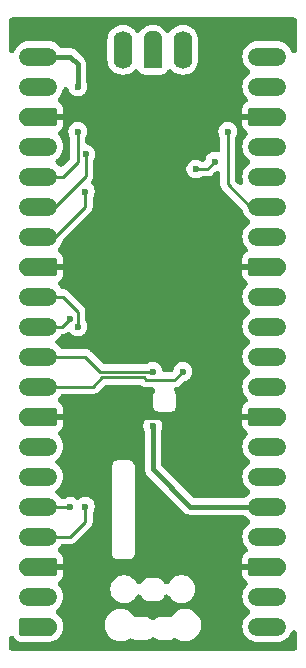
<source format=gbl>
%TF.GenerationSoftware,KiCad,Pcbnew,9.0.6*%
%TF.CreationDate,2025-11-18T22:02:06+01:00*%
%TF.ProjectId,simple_mesh,73696d70-6c65-45f6-9d65-73682e6b6963,rev?*%
%TF.SameCoordinates,Original*%
%TF.FileFunction,Copper,L2,Bot*%
%TF.FilePolarity,Positive*%
%FSLAX46Y46*%
G04 Gerber Fmt 4.6, Leading zero omitted, Abs format (unit mm)*
G04 Created by KiCad (PCBNEW 9.0.6) date 2025-11-18 22:02:06*
%MOMM*%
%LPD*%
G01*
G04 APERTURE LIST*
G04 Aperture macros list*
%AMRoundRect*
0 Rectangle with rounded corners*
0 $1 Rounding radius*
0 $2 $3 $4 $5 $6 $7 $8 $9 X,Y pos of 4 corners*
0 Add a 4 corners polygon primitive as box body*
4,1,4,$2,$3,$4,$5,$6,$7,$8,$9,$2,$3,0*
0 Add four circle primitives for the rounded corners*
1,1,$1+$1,$2,$3*
1,1,$1+$1,$4,$5*
1,1,$1+$1,$6,$7*
1,1,$1+$1,$8,$9*
0 Add four rect primitives between the rounded corners*
20,1,$1+$1,$2,$3,$4,$5,0*
20,1,$1+$1,$4,$5,$6,$7,0*
20,1,$1+$1,$6,$7,$8,$9,0*
20,1,$1+$1,$8,$9,$2,$3,0*%
%AMFreePoly0*
4,1,37,0.800000,0.796148,0.878414,0.796148,1.032228,0.765552,1.177117,0.705537,1.307515,0.618408,1.418408,0.507515,1.505537,0.377117,1.565552,0.232228,1.596148,0.078414,1.596148,-0.078414,1.565552,-0.232228,1.505537,-0.377117,1.418408,-0.507515,1.307515,-0.618408,1.177117,-0.705537,1.032228,-0.765552,0.878414,-0.796148,0.800000,-0.796148,0.800000,-0.800000,-1.400000,-0.800000,
-1.403843,-0.796157,-1.439018,-0.796157,-1.511114,-0.766294,-1.566294,-0.711114,-1.596157,-0.639018,-1.596157,-0.603843,-1.600000,-0.600000,-1.600000,0.600000,-1.596157,0.603843,-1.596157,0.639018,-1.566294,0.711114,-1.511114,0.766294,-1.439018,0.796157,-1.403843,0.796157,-1.400000,0.800000,0.800000,0.800000,0.800000,0.796148,0.800000,0.796148,$1*%
%AMFreePoly1*
4,1,37,1.403843,0.796157,1.439018,0.796157,1.511114,0.766294,1.566294,0.711114,1.596157,0.639018,1.596157,0.603843,1.600000,0.600000,1.600000,-0.600000,1.596157,-0.603843,1.596157,-0.639018,1.566294,-0.711114,1.511114,-0.766294,1.439018,-0.796157,1.403843,-0.796157,1.400000,-0.800000,-0.800000,-0.800000,-0.800000,-0.796148,-0.878414,-0.796148,-1.032228,-0.765552,-1.177117,-0.705537,
-1.307515,-0.618408,-1.418408,-0.507515,-1.505537,-0.377117,-1.565552,-0.232228,-1.596148,-0.078414,-1.596148,0.078414,-1.565552,0.232228,-1.505537,0.377117,-1.418408,0.507515,-1.307515,0.618408,-1.177117,0.705537,-1.032228,0.765552,-0.878414,0.796148,-0.800000,0.796148,-0.800000,0.800000,1.400000,0.800000,1.403843,0.796157,1.403843,0.796157,$1*%
%AMFreePoly2*
4,1,37,1.600000,0.796148,1.678414,0.796148,1.832228,0.765552,1.977117,0.705537,2.107515,0.618408,2.218408,0.507515,2.305537,0.377117,2.365552,0.232228,2.396148,0.078414,2.396148,-0.078414,2.365552,-0.232228,2.305537,-0.377117,2.218408,-0.507515,2.107515,-0.618408,1.977117,-0.705537,1.832228,-0.765552,1.678414,-0.796148,1.600000,-0.796148,1.600000,-0.800000,-0.600000,-0.800000,
-0.603843,-0.796157,-0.639018,-0.796157,-0.711114,-0.766294,-0.766294,-0.711114,-0.796157,-0.639018,-0.796157,-0.603843,-0.800000,-0.600000,-0.800000,0.600000,-0.796157,0.603843,-0.796157,0.639018,-0.766294,0.711114,-0.711114,0.766294,-0.639018,0.796157,-0.603843,0.796157,-0.600000,0.800000,1.600000,0.800000,1.600000,0.796148,1.600000,0.796148,$1*%
G04 Aperture macros list end*
%TA.AperFunction,SMDPad,CuDef*%
%ADD10FreePoly0,0.000000*%
%TD*%
%TA.AperFunction,SMDPad,CuDef*%
%ADD11RoundRect,0.800000X-0.800000X-0.000010X0.800000X-0.000010X0.800000X0.000010X-0.800000X0.000010X0*%
%TD*%
%TA.AperFunction,SMDPad,CuDef*%
%ADD12FreePoly1,0.000000*%
%TD*%
%TA.AperFunction,SMDPad,CuDef*%
%ADD13RoundRect,0.800000X-0.000010X0.800000X-0.000010X-0.800000X0.000010X-0.800000X0.000010X0.800000X0*%
%TD*%
%TA.AperFunction,SMDPad,CuDef*%
%ADD14FreePoly2,90.000000*%
%TD*%
%TA.AperFunction,ViaPad*%
%ADD15C,0.600000*%
%TD*%
%TA.AperFunction,Conductor*%
%ADD16C,0.500000*%
%TD*%
%TA.AperFunction,Conductor*%
%ADD17C,0.250000*%
%TD*%
%TA.AperFunction,Conductor*%
%ADD18C,0.400000*%
%TD*%
G04 APERTURE END LIST*
D10*
%TO.P,IC1,1,GPIO0*%
%TO.N,unconnected-(IC1-GPIO0-Pad1)*%
X66510000Y-125730000D03*
D11*
%TO.P,IC1,2,GPIO1*%
%TO.N,unconnected-(IC1-GPIO1-Pad2)*%
X66510000Y-123190000D03*
D12*
%TO.P,IC1,3,GND*%
%TO.N,GND*%
X66510000Y-120650000D03*
D11*
%TO.P,IC1,4,GPIO2*%
%TO.N,LORA_DIO2*%
X66510000Y-118110000D03*
%TO.P,IC1,5,GPIO3*%
%TO.N,LORA_CS*%
X66510000Y-115570000D03*
%TO.P,IC1,6,GPIO4*%
%TO.N,unconnected-(IC1-GPIO4-Pad6)*%
X66510000Y-113030000D03*
%TO.P,IC1,7,GPIO5*%
%TO.N,unconnected-(IC1-GPIO5-Pad7)*%
X66510000Y-110490000D03*
D12*
%TO.P,IC1,8,GND*%
%TO.N,GND*%
X66510000Y-107950000D03*
D11*
%TO.P,IC1,9,GPIO6*%
%TO.N,I2C_SDA*%
X66510000Y-105410000D03*
%TO.P,IC1,10,GPIO7*%
%TO.N,I2C_SCL*%
X66510000Y-102870000D03*
%TO.P,IC1,11,GPIO8*%
%TO.N,SER_TXD*%
X66510000Y-100330000D03*
%TO.P,IC1,12,GPIO9*%
%TO.N,SER_RXD*%
X66510000Y-97790000D03*
D12*
%TO.P,IC1,13,GND*%
%TO.N,GND*%
X66510000Y-95250000D03*
D11*
%TO.P,IC1,14,GPIO10*%
%TO.N,LORA_SCK*%
X66510000Y-92710000D03*
%TO.P,IC1,15,GPIO11*%
%TO.N,LORA_MOSI*%
X66510000Y-90170000D03*
%TO.P,IC1,16,GPIO12*%
%TO.N,LORA_MISO*%
X66510000Y-87630000D03*
%TO.P,IC1,17,GPIO13*%
%TO.N,unconnected-(IC1-GPIO13-Pad17)*%
X66510000Y-85090000D03*
D12*
%TO.P,IC1,18,GND*%
%TO.N,GND*%
X66510000Y-82550000D03*
D11*
%TO.P,IC1,19,GPIO14*%
%TO.N,unconnected-(IC1-GPIO14-Pad19)*%
X66510000Y-80010000D03*
%TO.P,IC1,20,GPIO15*%
%TO.N,LORA_RESET*%
X66510000Y-77470000D03*
%TO.P,IC1,21,GPIO16*%
%TO.N,unconnected-(IC1-GPIO16-Pad21)*%
X85890000Y-77470000D03*
%TO.P,IC1,22,GPIO17*%
%TO.N,unconnected-(IC1-GPIO17-Pad22)*%
X85890000Y-80010000D03*
D10*
%TO.P,IC1,23,GND*%
%TO.N,GND*%
X85890000Y-82550000D03*
D11*
%TO.P,IC1,24,GPIO18*%
%TO.N,unconnected-(IC1-GPIO18-Pad24)*%
X85890000Y-85090000D03*
%TO.P,IC1,25,GPIO19*%
%TO.N,unconnected-(IC1-GPIO19-Pad25)*%
X85890000Y-87630000D03*
%TO.P,IC1,26,GPIO20*%
%TO.N,LORA_DIO1*%
X85890000Y-90170000D03*
%TO.P,IC1,27,GPIO21*%
%TO.N,unconnected-(IC1-GPIO21-Pad27)*%
X85890000Y-92710000D03*
D10*
%TO.P,IC1,28,GND*%
%TO.N,GND*%
X85890000Y-95250000D03*
D11*
%TO.P,IC1,29,GPIO22*%
%TO.N,unconnected-(IC1-GPIO22-Pad29)*%
X85890000Y-97790000D03*
%TO.P,IC1,30,RUN*%
%TO.N,unconnected-(IC1-RUN-Pad30)*%
X85890000Y-100330000D03*
%TO.P,IC1,31,GPIO26_ADC0*%
%TO.N,/ADC_VBAT*%
X85890000Y-102870000D03*
%TO.P,IC1,32,GPIO27_ADC1*%
%TO.N,unconnected-(IC1-GPIO27_ADC1-Pad32)*%
X85890000Y-105410000D03*
D10*
%TO.P,IC1,33,AGND*%
%TO.N,GND*%
X85890000Y-107950000D03*
D11*
%TO.P,IC1,34,GPIO28_ADC2*%
%TO.N,unconnected-(IC1-GPIO28_ADC2-Pad34)*%
X85890000Y-110490000D03*
%TO.P,IC1,35,ADC_VREF*%
%TO.N,Net-(IC1-ADC_VREF)*%
X85890000Y-113030000D03*
%TO.P,IC1,36,3V3*%
%TO.N,+3.3V*%
X85890000Y-115570000D03*
%TO.P,IC1,37,3V3_EN*%
%TO.N,unconnected-(IC1-3V3_EN-Pad37)*%
X85890000Y-118110000D03*
D10*
%TO.P,IC1,38,GND*%
%TO.N,GND*%
X85890000Y-120650000D03*
D11*
%TO.P,IC1,39,VSYS*%
%TO.N,VSYS*%
X85890000Y-123190000D03*
%TO.P,IC1,40,VBUS*%
%TO.N,VBUS*%
X85890000Y-125730000D03*
D13*
%TO.P,IC1,D1*%
%TO.N,N/C*%
X73660000Y-76900000D03*
D14*
%TO.P,IC1,D2*%
X76200000Y-77700000D03*
D13*
%TO.P,IC1,D3*%
X78740000Y-76900000D03*
%TD*%
D15*
%TO.N,GND*%
X66040000Y-74930000D03*
X74930000Y-101600000D03*
X78740000Y-116840000D03*
X81915000Y-120650000D03*
X71755000Y-127000000D03*
X81915000Y-82550000D03*
X87630000Y-74930000D03*
X85090000Y-74930000D03*
X75565000Y-115570000D03*
X76200000Y-95885000D03*
X83185000Y-127000000D03*
X81280000Y-107950000D03*
X77470000Y-118745000D03*
X85890000Y-120650000D03*
X78105000Y-107950000D03*
X86360000Y-74930000D03*
X78105000Y-95885000D03*
X64770000Y-74930000D03*
X70485000Y-82550000D03*
X69850000Y-120650000D03*
X81915000Y-95250000D03*
X74290000Y-107955000D03*
X81915000Y-88900000D03*
X70485000Y-127000000D03*
X67310000Y-74930000D03*
X81915000Y-92710000D03*
X78740000Y-111760000D03*
X70485000Y-95250000D03*
X82550000Y-80010000D03*
X69215000Y-127000000D03*
X85890000Y-107950000D03*
X81915000Y-127000000D03*
X74295000Y-95885000D03*
X80645000Y-127000000D03*
X80645000Y-97155000D03*
X81280000Y-113665000D03*
X74930000Y-111760000D03*
X83185000Y-97155000D03*
%TO.N,LORA_MOSI*%
X70525000Y-85725000D03*
%TO.N,Net-(IC1-ADC_VREF)*%
X86995000Y-113030000D03*
%TO.N,VSYS*%
X86360000Y-123190000D03*
%TO.N,LORA_DIO2*%
X70485000Y-115570000D03*
X79845000Y-86995000D03*
X81445000Y-86360000D03*
%TO.N,/ADC_VBAT*%
X86995000Y-102870000D03*
%TO.N,LORA_CS*%
X69215000Y-115570000D03*
%TO.N,LORA_DIO1*%
X82550000Y-83820000D03*
%TO.N,I2C_SCL*%
X76200000Y-104140000D03*
%TO.N,LORA_RESET*%
X69850000Y-80010000D03*
%TO.N,I2C_SDA*%
X78740000Y-104140000D03*
%TO.N,VBUS*%
X86360000Y-125730000D03*
%TO.N,LORA_SCK*%
X70485000Y-88900000D03*
%TO.N,+3.3V*%
X76200000Y-108750000D03*
X86995000Y-115570000D03*
%TO.N,LORA_MISO*%
X69850000Y-83820000D03*
%TO.N,SER_TXD*%
X69175000Y-99695000D03*
%TO.N,SER_RXD*%
X69850000Y-100330000D03*
%TD*%
D16*
%TO.N,GND*%
X81280000Y-107950000D02*
X74295000Y-107950000D01*
X66510000Y-107950000D02*
X74285000Y-107950000D01*
X85890000Y-107950000D02*
X81280000Y-107950000D01*
X81915000Y-82550000D02*
X70485000Y-82550000D01*
X66675000Y-120650000D02*
X69850000Y-120650000D01*
X66510000Y-120650000D02*
X66675000Y-120650000D01*
X66510000Y-95250000D02*
X70485000Y-95250000D01*
X74295000Y-107950000D02*
X74290000Y-107955000D01*
X81915000Y-95250000D02*
X85890000Y-95250000D01*
X70485000Y-95250000D02*
X81915000Y-95250000D01*
X85890000Y-82550000D02*
X81915000Y-82550000D01*
X74285000Y-107950000D02*
X74290000Y-107955000D01*
X70485000Y-82550000D02*
X66510000Y-82550000D01*
X81915000Y-120650000D02*
X85890000Y-120650000D01*
X69850000Y-120650000D02*
X81915000Y-120650000D01*
D17*
%TO.N,LORA_MOSI*%
X70525000Y-85725000D02*
X70525000Y-87590000D01*
X67945000Y-90170000D02*
X66510000Y-90170000D01*
X70525000Y-87590000D02*
X67945000Y-90170000D01*
D18*
%TO.N,Net-(IC1-ADC_VREF)*%
X85890000Y-113030000D02*
X86995000Y-113030000D01*
%TO.N,VSYS*%
X85890000Y-123190000D02*
X86360000Y-123190000D01*
X85890000Y-123190000D02*
X86995000Y-123190000D01*
D17*
%TO.N,LORA_DIO2*%
X79845000Y-86995000D02*
X80810000Y-86995000D01*
X80810000Y-86995000D02*
X81445000Y-86360000D01*
X70485000Y-116840000D02*
X70485000Y-115570000D01*
X69215000Y-118110000D02*
X70485000Y-116840000D01*
X66510000Y-118110000D02*
X69215000Y-118110000D01*
D18*
%TO.N,/ADC_VBAT*%
X85890000Y-102870000D02*
X86995000Y-102870000D01*
D17*
%TO.N,LORA_CS*%
X66510000Y-115570000D02*
X69215000Y-115570000D01*
%TO.N,LORA_DIO1*%
X82550000Y-83820000D02*
X82550000Y-88265000D01*
X82550000Y-88265000D02*
X84455000Y-90170000D01*
X84455000Y-90170000D02*
X85890000Y-90170000D01*
%TO.N,I2C_SCL*%
X66510000Y-102870000D02*
X70485000Y-102870000D01*
X71755000Y-104140000D02*
X76200000Y-104140000D01*
X70485000Y-102870000D02*
X71755000Y-104140000D01*
D18*
%TO.N,LORA_RESET*%
X69850000Y-78105000D02*
X69215000Y-77470000D01*
X69215000Y-77470000D02*
X66510000Y-77470000D01*
X69850000Y-80010000D02*
X69850000Y-78105000D01*
D17*
%TO.N,I2C_SDA*%
X71120000Y-105410000D02*
X71889000Y-104641000D01*
X66510000Y-105410000D02*
X71120000Y-105410000D01*
X75431000Y-104641000D02*
X75606000Y-104816000D01*
X78105000Y-104816000D02*
X78105000Y-104775000D01*
X75606000Y-104816000D02*
X78105000Y-104816000D01*
X71889000Y-104641000D02*
X75431000Y-104641000D01*
X78105000Y-104775000D02*
X78740000Y-104140000D01*
D18*
%TO.N,VBUS*%
X85890000Y-125730000D02*
X86995000Y-125730000D01*
X85890000Y-125730000D02*
X86360000Y-125730000D01*
D17*
%TO.N,LORA_SCK*%
X67945000Y-92710000D02*
X66510000Y-92710000D01*
X70485000Y-88900000D02*
X70485000Y-90170000D01*
X70485000Y-90170000D02*
X67945000Y-92710000D01*
D18*
%TO.N,+3.3V*%
X85890000Y-115570000D02*
X79375000Y-115570000D01*
X76200000Y-112395000D02*
X76200000Y-108750000D01*
X79375000Y-115570000D02*
X76200000Y-112395000D01*
X85890000Y-115570000D02*
X86995000Y-115570000D01*
D17*
%TO.N,LORA_MISO*%
X69850000Y-83820000D02*
X69850000Y-86360000D01*
X69850000Y-86360000D02*
X68580000Y-87630000D01*
X68580000Y-87630000D02*
X66510000Y-87630000D01*
%TO.N,SER_TXD*%
X68540000Y-100330000D02*
X69175000Y-99695000D01*
X66510000Y-100330000D02*
X68540000Y-100330000D01*
%TO.N,SER_RXD*%
X69850000Y-100330000D02*
X69850000Y-99060000D01*
X69850000Y-99060000D02*
X68580000Y-97790000D01*
X68580000Y-97790000D02*
X66510000Y-97790000D01*
%TD*%
%TA.AperFunction,Conductor*%
%TO.N,GND*%
G36*
X88245788Y-74179454D02*
G01*
X88326570Y-74233430D01*
X88380546Y-74314212D01*
X88399500Y-74409500D01*
X88399500Y-76937729D01*
X88380546Y-77033017D01*
X88326570Y-77113799D01*
X88245788Y-77167775D01*
X88150500Y-77186729D01*
X88055212Y-77167775D01*
X87974430Y-77113799D01*
X87920454Y-77033017D01*
X87916830Y-77023698D01*
X87820571Y-76817272D01*
X87820563Y-76817258D01*
X87690050Y-76630865D01*
X87690049Y-76630864D01*
X87690047Y-76630861D01*
X87529139Y-76469953D01*
X87529135Y-76469950D01*
X87529134Y-76469949D01*
X87342741Y-76339436D01*
X87342727Y-76339428D01*
X87136499Y-76243262D01*
X87136496Y-76243261D01*
X86916694Y-76184365D01*
X86916679Y-76184363D01*
X86746794Y-76169500D01*
X86746784Y-76169500D01*
X85033216Y-76169500D01*
X85033205Y-76169500D01*
X84863320Y-76184363D01*
X84863305Y-76184365D01*
X84643503Y-76243261D01*
X84643500Y-76243262D01*
X84437272Y-76339428D01*
X84437258Y-76339436D01*
X84250865Y-76469949D01*
X84089949Y-76630865D01*
X83959436Y-76817258D01*
X83959428Y-76817272D01*
X83863262Y-77023500D01*
X83863261Y-77023503D01*
X83804365Y-77243305D01*
X83804363Y-77243320D01*
X83789500Y-77413205D01*
X83789500Y-77526794D01*
X83804363Y-77696679D01*
X83804365Y-77696694D01*
X83863261Y-77916496D01*
X83863262Y-77916499D01*
X83959428Y-78122727D01*
X83959436Y-78122741D01*
X84040531Y-78238557D01*
X84089953Y-78309139D01*
X84250861Y-78470047D01*
X84250864Y-78470049D01*
X84250865Y-78470050D01*
X84345096Y-78536031D01*
X84412280Y-78606212D01*
X84447493Y-78696761D01*
X84445374Y-78793893D01*
X84406245Y-78882820D01*
X84345096Y-78943969D01*
X84250865Y-79009949D01*
X84089949Y-79170865D01*
X83959436Y-79357258D01*
X83959428Y-79357272D01*
X83863262Y-79563500D01*
X83863261Y-79563503D01*
X83804365Y-79783305D01*
X83804363Y-79783320D01*
X83789500Y-79953205D01*
X83789500Y-80066794D01*
X83804363Y-80236679D01*
X83804365Y-80236694D01*
X83863261Y-80456496D01*
X83863262Y-80456499D01*
X83959428Y-80662727D01*
X83959436Y-80662741D01*
X84089949Y-80849134D01*
X84089953Y-80849139D01*
X84186262Y-80945448D01*
X84240236Y-81026227D01*
X84259190Y-81121515D01*
X84240236Y-81216803D01*
X84186260Y-81297585D01*
X84139154Y-81334515D01*
X84134694Y-81337214D01*
X84019625Y-81423354D01*
X83963343Y-81479636D01*
X83927237Y-81519831D01*
X83853884Y-81643463D01*
X83823443Y-81716957D01*
X83823434Y-81716980D01*
X83805456Y-81767940D01*
X83805456Y-81767942D01*
X83785000Y-81910221D01*
X83785000Y-82299999D01*
X83785001Y-82300000D01*
X85641000Y-82300000D01*
X85736288Y-82318954D01*
X85817070Y-82372930D01*
X85871046Y-82453712D01*
X85890000Y-82549000D01*
X85890000Y-82551000D01*
X85871046Y-82646288D01*
X85817070Y-82727070D01*
X85736288Y-82781046D01*
X85641000Y-82800000D01*
X83785001Y-82800000D01*
X83785000Y-82800001D01*
X83785000Y-83189789D01*
X83787893Y-83243761D01*
X83787894Y-83243769D01*
X83823441Y-83383040D01*
X83823441Y-83383041D01*
X83853878Y-83456522D01*
X83877221Y-83505313D01*
X83877222Y-83505314D01*
X83963354Y-83620374D01*
X84019636Y-83676656D01*
X84059835Y-83712765D01*
X84140789Y-83760797D01*
X84213067Y-83825720D01*
X84254998Y-83913360D01*
X84260199Y-84010376D01*
X84227877Y-84101997D01*
X84189803Y-84151010D01*
X84089952Y-84250861D01*
X83959436Y-84437258D01*
X83959428Y-84437272D01*
X83863262Y-84643500D01*
X83863261Y-84643503D01*
X83804365Y-84863305D01*
X83804363Y-84863320D01*
X83789500Y-85033205D01*
X83789500Y-85146794D01*
X83804363Y-85316679D01*
X83804365Y-85316694D01*
X83863261Y-85536496D01*
X83863262Y-85536499D01*
X83959428Y-85742727D01*
X83959436Y-85742741D01*
X84089949Y-85929134D01*
X84089953Y-85929139D01*
X84250861Y-86090047D01*
X84250864Y-86090049D01*
X84250865Y-86090050D01*
X84345096Y-86156031D01*
X84412280Y-86226212D01*
X84447493Y-86316761D01*
X84445374Y-86413893D01*
X84406245Y-86502820D01*
X84345096Y-86563969D01*
X84250865Y-86629949D01*
X84089949Y-86790865D01*
X83959436Y-86977258D01*
X83959428Y-86977272D01*
X83863262Y-87183500D01*
X83863261Y-87183503D01*
X83804365Y-87403305D01*
X83804363Y-87403320D01*
X83789500Y-87573205D01*
X83789500Y-87686794D01*
X83804363Y-87856679D01*
X83804364Y-87856686D01*
X83804365Y-87856692D01*
X83822947Y-87926042D01*
X83848647Y-88021956D01*
X83855001Y-88118903D01*
X83823771Y-88210902D01*
X83759712Y-88283947D01*
X83672576Y-88326917D01*
X83575629Y-88333271D01*
X83483630Y-88302041D01*
X83432061Y-88262471D01*
X83248430Y-88078840D01*
X83194454Y-87998058D01*
X83175500Y-87902770D01*
X83175500Y-84400268D01*
X83194454Y-84304980D01*
X83217465Y-84261930D01*
X83224861Y-84250861D01*
X83259394Y-84199179D01*
X83319737Y-84053497D01*
X83350500Y-83898842D01*
X83350500Y-83741158D01*
X83339259Y-83684644D01*
X83319738Y-83586507D01*
X83319737Y-83586505D01*
X83319737Y-83586503D01*
X83259394Y-83440821D01*
X83243507Y-83417045D01*
X83171791Y-83309714D01*
X83171789Y-83309711D01*
X83060289Y-83198211D01*
X83047685Y-83189789D01*
X82929180Y-83110606D01*
X82929173Y-83110603D01*
X82783497Y-83050263D01*
X82783492Y-83050261D01*
X82628846Y-83019500D01*
X82628842Y-83019500D01*
X82471158Y-83019500D01*
X82471153Y-83019500D01*
X82316507Y-83050261D01*
X82316502Y-83050263D01*
X82170826Y-83110603D01*
X82170819Y-83110606D01*
X82039714Y-83198208D01*
X81928208Y-83309714D01*
X81840606Y-83440819D01*
X81840603Y-83440826D01*
X81780263Y-83586502D01*
X81780261Y-83586507D01*
X81749500Y-83741153D01*
X81749500Y-83898846D01*
X81780261Y-84053492D01*
X81780263Y-84053497D01*
X81840603Y-84199173D01*
X81840608Y-84199182D01*
X81882535Y-84261930D01*
X81919715Y-84351690D01*
X81924500Y-84400268D01*
X81924500Y-85335788D01*
X81905546Y-85431076D01*
X81851570Y-85511858D01*
X81770788Y-85565834D01*
X81675500Y-85584788D01*
X81626923Y-85580004D01*
X81589761Y-85572612D01*
X81523842Y-85559500D01*
X81366158Y-85559500D01*
X81366153Y-85559500D01*
X81211507Y-85590261D01*
X81211502Y-85590263D01*
X81065826Y-85650603D01*
X81065819Y-85650606D01*
X80934714Y-85738208D01*
X80823208Y-85849714D01*
X80735606Y-85980819D01*
X80735603Y-85980826D01*
X80675263Y-86126502D01*
X80675262Y-86126504D01*
X80667109Y-86167493D01*
X80629928Y-86257252D01*
X80561229Y-86325951D01*
X80471469Y-86363129D01*
X80374314Y-86363128D01*
X80284558Y-86325949D01*
X80224185Y-86285609D01*
X80224173Y-86285603D01*
X80078497Y-86225263D01*
X80078492Y-86225261D01*
X79923846Y-86194500D01*
X79923842Y-86194500D01*
X79766158Y-86194500D01*
X79766153Y-86194500D01*
X79611507Y-86225261D01*
X79611502Y-86225263D01*
X79465826Y-86285603D01*
X79465819Y-86285606D01*
X79334714Y-86373208D01*
X79223208Y-86484714D01*
X79135606Y-86615819D01*
X79135603Y-86615826D01*
X79075263Y-86761502D01*
X79075261Y-86761507D01*
X79044500Y-86916153D01*
X79044500Y-87073846D01*
X79075261Y-87228492D01*
X79075263Y-87228497D01*
X79135603Y-87374173D01*
X79135606Y-87374180D01*
X79223208Y-87505285D01*
X79223211Y-87505289D01*
X79334711Y-87616789D01*
X79334714Y-87616791D01*
X79465819Y-87704393D01*
X79465820Y-87704393D01*
X79465821Y-87704394D01*
X79611503Y-87764737D01*
X79611505Y-87764737D01*
X79611507Y-87764738D01*
X79762148Y-87794702D01*
X79766158Y-87795500D01*
X79923842Y-87795500D01*
X80078497Y-87764737D01*
X80224179Y-87704394D01*
X80224185Y-87704390D01*
X80286933Y-87662464D01*
X80376692Y-87625284D01*
X80425269Y-87620500D01*
X80871607Y-87620500D01*
X80932029Y-87608481D01*
X80992452Y-87596463D01*
X81048575Y-87573216D01*
X81106286Y-87549312D01*
X81172169Y-87505289D01*
X81208733Y-87480858D01*
X81295858Y-87393733D01*
X81295858Y-87393731D01*
X81316318Y-87373272D01*
X81316338Y-87373250D01*
X81476986Y-87212602D01*
X81557765Y-87158629D01*
X81604460Y-87144463D01*
X81626930Y-87139994D01*
X81651449Y-87139994D01*
X81653053Y-87139675D01*
X81654657Y-87139994D01*
X81724077Y-87139994D01*
X81813837Y-87177174D01*
X81882536Y-87245873D01*
X81919716Y-87335632D01*
X81924500Y-87384210D01*
X81924500Y-88326606D01*
X81941911Y-88414142D01*
X81945879Y-88434090D01*
X81948536Y-88447448D01*
X81995688Y-88561287D01*
X82029913Y-88612506D01*
X82029914Y-88612508D01*
X82063677Y-88663037D01*
X82064142Y-88663733D01*
X82151267Y-88750858D01*
X82151270Y-88750860D01*
X83759845Y-90359435D01*
X83813821Y-90440217D01*
X83824290Y-90471058D01*
X83863259Y-90616491D01*
X83863262Y-90616499D01*
X83959428Y-90822727D01*
X83959436Y-90822741D01*
X84089949Y-91009134D01*
X84089953Y-91009139D01*
X84250861Y-91170047D01*
X84250864Y-91170049D01*
X84250865Y-91170050D01*
X84345096Y-91236031D01*
X84412280Y-91306212D01*
X84447493Y-91396761D01*
X84445374Y-91493893D01*
X84406245Y-91582820D01*
X84345096Y-91643969D01*
X84250865Y-91709949D01*
X84089949Y-91870865D01*
X83959436Y-92057258D01*
X83959428Y-92057272D01*
X83863262Y-92263500D01*
X83863261Y-92263503D01*
X83804365Y-92483305D01*
X83804363Y-92483320D01*
X83789500Y-92653205D01*
X83789500Y-92766794D01*
X83804363Y-92936679D01*
X83804365Y-92936694D01*
X83863261Y-93156496D01*
X83863262Y-93156499D01*
X83959428Y-93362727D01*
X83959436Y-93362741D01*
X84089949Y-93549134D01*
X84089953Y-93549139D01*
X84186262Y-93645448D01*
X84240236Y-93726227D01*
X84259190Y-93821515D01*
X84240236Y-93916803D01*
X84186260Y-93997585D01*
X84139154Y-94034515D01*
X84134694Y-94037214D01*
X84019625Y-94123354D01*
X83963343Y-94179636D01*
X83927237Y-94219831D01*
X83853884Y-94343463D01*
X83823443Y-94416957D01*
X83823434Y-94416980D01*
X83805456Y-94467940D01*
X83805456Y-94467942D01*
X83785000Y-94610221D01*
X83785000Y-94999999D01*
X83785001Y-95000000D01*
X85641000Y-95000000D01*
X85736288Y-95018954D01*
X85817070Y-95072930D01*
X85871046Y-95153712D01*
X85890000Y-95249000D01*
X85890000Y-95251000D01*
X85871046Y-95346288D01*
X85817070Y-95427070D01*
X85736288Y-95481046D01*
X85641000Y-95500000D01*
X83785001Y-95500000D01*
X83785000Y-95500001D01*
X83785000Y-95889789D01*
X83787893Y-95943761D01*
X83787894Y-95943769D01*
X83823441Y-96083040D01*
X83823441Y-96083041D01*
X83853878Y-96156522D01*
X83877221Y-96205313D01*
X83877222Y-96205314D01*
X83963354Y-96320374D01*
X84019636Y-96376656D01*
X84059835Y-96412765D01*
X84140789Y-96460797D01*
X84213067Y-96525720D01*
X84254998Y-96613360D01*
X84260199Y-96710376D01*
X84227877Y-96801997D01*
X84189803Y-96851010D01*
X84089952Y-96950861D01*
X83959436Y-97137258D01*
X83959428Y-97137272D01*
X83863262Y-97343500D01*
X83863261Y-97343503D01*
X83804365Y-97563305D01*
X83804363Y-97563320D01*
X83789500Y-97733205D01*
X83789500Y-97846794D01*
X83804363Y-98016679D01*
X83804365Y-98016694D01*
X83863261Y-98236496D01*
X83863262Y-98236499D01*
X83959428Y-98442727D01*
X83959436Y-98442741D01*
X84089949Y-98629134D01*
X84089953Y-98629139D01*
X84250861Y-98790047D01*
X84250864Y-98790049D01*
X84250865Y-98790050D01*
X84345096Y-98856031D01*
X84412280Y-98926212D01*
X84447493Y-99016761D01*
X84445374Y-99113893D01*
X84406245Y-99202820D01*
X84345096Y-99263969D01*
X84250865Y-99329949D01*
X84089949Y-99490865D01*
X83959436Y-99677258D01*
X83959428Y-99677272D01*
X83863262Y-99883500D01*
X83863261Y-99883503D01*
X83804365Y-100103305D01*
X83804363Y-100103320D01*
X83789500Y-100273205D01*
X83789500Y-100386794D01*
X83804363Y-100556679D01*
X83804365Y-100556694D01*
X83863261Y-100776496D01*
X83863262Y-100776499D01*
X83959428Y-100982727D01*
X83959436Y-100982741D01*
X84089949Y-101169134D01*
X84089953Y-101169139D01*
X84250861Y-101330047D01*
X84250864Y-101330049D01*
X84250865Y-101330050D01*
X84345096Y-101396031D01*
X84412280Y-101466212D01*
X84447493Y-101556761D01*
X84445374Y-101653893D01*
X84406245Y-101742820D01*
X84345096Y-101803969D01*
X84250865Y-101869949D01*
X84089949Y-102030865D01*
X83959436Y-102217258D01*
X83959428Y-102217272D01*
X83863262Y-102423500D01*
X83863261Y-102423503D01*
X83804365Y-102643305D01*
X83804363Y-102643320D01*
X83789500Y-102813205D01*
X83789500Y-102926794D01*
X83804363Y-103096679D01*
X83804365Y-103096694D01*
X83863261Y-103316496D01*
X83863262Y-103316499D01*
X83959428Y-103522727D01*
X83959436Y-103522741D01*
X84089949Y-103709134D01*
X84089953Y-103709139D01*
X84250861Y-103870047D01*
X84250864Y-103870049D01*
X84250865Y-103870050D01*
X84345096Y-103936031D01*
X84412280Y-104006212D01*
X84447493Y-104096761D01*
X84445374Y-104193893D01*
X84406245Y-104282820D01*
X84345096Y-104343969D01*
X84250865Y-104409949D01*
X84089949Y-104570865D01*
X83959436Y-104757258D01*
X83959428Y-104757272D01*
X83863262Y-104963500D01*
X83863261Y-104963503D01*
X83804365Y-105183305D01*
X83804363Y-105183320D01*
X83789500Y-105353205D01*
X83789500Y-105466794D01*
X83804363Y-105636679D01*
X83804365Y-105636694D01*
X83863261Y-105856496D01*
X83863262Y-105856499D01*
X83959428Y-106062727D01*
X83959436Y-106062741D01*
X84089949Y-106249134D01*
X84089953Y-106249139D01*
X84186262Y-106345448D01*
X84240236Y-106426227D01*
X84259190Y-106521515D01*
X84240236Y-106616803D01*
X84186260Y-106697585D01*
X84139154Y-106734515D01*
X84134694Y-106737214D01*
X84019625Y-106823354D01*
X83963343Y-106879636D01*
X83927237Y-106919831D01*
X83853884Y-107043463D01*
X83823443Y-107116957D01*
X83823434Y-107116980D01*
X83805456Y-107167940D01*
X83805456Y-107167942D01*
X83785000Y-107310221D01*
X83785000Y-107699999D01*
X83785001Y-107700000D01*
X85641000Y-107700000D01*
X85736288Y-107718954D01*
X85817070Y-107772930D01*
X85871046Y-107853712D01*
X85890000Y-107949000D01*
X85890000Y-107951000D01*
X85871046Y-108046288D01*
X85817070Y-108127070D01*
X85736288Y-108181046D01*
X85641000Y-108200000D01*
X83785001Y-108200000D01*
X83785000Y-108200001D01*
X83785000Y-108589789D01*
X83787893Y-108643761D01*
X83787894Y-108643769D01*
X83823441Y-108783040D01*
X83823441Y-108783041D01*
X83853878Y-108856522D01*
X83877221Y-108905313D01*
X83877222Y-108905314D01*
X83963354Y-109020374D01*
X84019636Y-109076656D01*
X84059835Y-109112765D01*
X84140789Y-109160797D01*
X84213067Y-109225720D01*
X84254998Y-109313360D01*
X84260199Y-109410376D01*
X84227877Y-109501997D01*
X84189803Y-109551010D01*
X84089952Y-109650861D01*
X83959436Y-109837258D01*
X83959428Y-109837272D01*
X83863262Y-110043500D01*
X83863261Y-110043503D01*
X83804365Y-110263305D01*
X83804363Y-110263320D01*
X83789500Y-110433205D01*
X83789500Y-110546794D01*
X83804363Y-110716679D01*
X83804365Y-110716694D01*
X83863261Y-110936496D01*
X83863262Y-110936499D01*
X83959428Y-111142727D01*
X83959436Y-111142741D01*
X84089949Y-111329134D01*
X84089953Y-111329139D01*
X84250861Y-111490047D01*
X84250864Y-111490049D01*
X84250865Y-111490050D01*
X84345096Y-111556031D01*
X84412280Y-111626212D01*
X84447493Y-111716761D01*
X84445374Y-111813893D01*
X84406245Y-111902820D01*
X84345096Y-111963969D01*
X84250865Y-112029949D01*
X84089949Y-112190865D01*
X83959436Y-112377258D01*
X83959428Y-112377272D01*
X83863262Y-112583500D01*
X83863261Y-112583503D01*
X83804365Y-112803305D01*
X83804363Y-112803320D01*
X83789500Y-112973205D01*
X83789500Y-113086794D01*
X83804363Y-113256679D01*
X83804365Y-113256694D01*
X83863261Y-113476496D01*
X83863262Y-113476499D01*
X83959428Y-113682727D01*
X83959436Y-113682741D01*
X84089949Y-113869134D01*
X84089953Y-113869139D01*
X84250861Y-114030047D01*
X84250864Y-114030049D01*
X84250865Y-114030050D01*
X84345096Y-114096031D01*
X84412280Y-114166212D01*
X84447493Y-114256761D01*
X84445374Y-114353893D01*
X84406245Y-114442820D01*
X84373334Y-114480942D01*
X84360056Y-114493494D01*
X84250861Y-114569953D01*
X84089953Y-114730861D01*
X84052708Y-114784052D01*
X84034314Y-114801442D01*
X84014204Y-114814076D01*
X83997045Y-114830504D01*
X83973465Y-114839673D01*
X83952049Y-114853130D01*
X83928634Y-114857107D01*
X83906496Y-114865717D01*
X83863256Y-114869500D01*
X79768297Y-114869500D01*
X79673009Y-114850546D01*
X79592227Y-114796570D01*
X76973430Y-112177773D01*
X76919454Y-112096991D01*
X76900500Y-112001703D01*
X76900500Y-109200179D01*
X76919454Y-109104892D01*
X76927841Y-109084644D01*
X76969737Y-108983497D01*
X77000500Y-108828842D01*
X77000500Y-108671158D01*
X76984315Y-108589789D01*
X76969738Y-108516507D01*
X76969737Y-108516505D01*
X76969737Y-108516503D01*
X76909394Y-108370821D01*
X76831866Y-108254793D01*
X76821791Y-108239714D01*
X76821789Y-108239711D01*
X76710289Y-108128211D01*
X76710285Y-108128208D01*
X76579180Y-108040606D01*
X76579177Y-108040605D01*
X76567288Y-108035680D01*
X76536241Y-108022820D01*
X76536233Y-108022817D01*
X76433497Y-107980263D01*
X76361761Y-107965993D01*
X76361756Y-107965992D01*
X76308050Y-107955309D01*
X76278842Y-107949500D01*
X76121158Y-107949500D01*
X76121153Y-107949500D01*
X75966507Y-107980261D01*
X75966502Y-107980263D01*
X75820826Y-108040603D01*
X75820819Y-108040606D01*
X75689714Y-108128208D01*
X75578208Y-108239714D01*
X75490606Y-108370819D01*
X75490603Y-108370826D01*
X75430263Y-108516502D01*
X75430261Y-108516507D01*
X75399500Y-108671153D01*
X75399500Y-108828846D01*
X75430261Y-108983492D01*
X75430263Y-108983497D01*
X75480546Y-109104892D01*
X75499500Y-109200179D01*
X75499500Y-112463998D01*
X75526418Y-112599324D01*
X75526419Y-112599327D01*
X75579222Y-112726805D01*
X75579223Y-112726807D01*
X75579225Y-112726811D01*
X75655886Y-112841543D01*
X78928457Y-116114114D01*
X79043189Y-116190775D01*
X79043194Y-116190777D01*
X79170672Y-116243580D01*
X79170675Y-116243581D01*
X79304205Y-116270141D01*
X79306006Y-116270500D01*
X79306007Y-116270500D01*
X83863256Y-116270500D01*
X83958544Y-116289454D01*
X84034314Y-116338558D01*
X84052708Y-116355947D01*
X84089953Y-116409139D01*
X84250861Y-116570047D01*
X84360056Y-116646505D01*
X84373334Y-116659058D01*
X84391077Y-116684063D01*
X84412280Y-116706212D01*
X84418932Y-116723319D01*
X84429557Y-116738292D01*
X84436380Y-116768186D01*
X84447493Y-116796761D01*
X84447092Y-116815113D01*
X84451178Y-116833011D01*
X84446042Y-116863238D01*
X84445374Y-116893893D01*
X84437980Y-116910696D01*
X84434906Y-116928793D01*
X84418594Y-116954754D01*
X84406245Y-116982820D01*
X84392026Y-116997038D01*
X84383218Y-117011058D01*
X84365274Y-117023790D01*
X84345096Y-117043969D01*
X84250865Y-117109949D01*
X84089949Y-117270865D01*
X83959436Y-117457258D01*
X83959428Y-117457272D01*
X83863262Y-117663500D01*
X83863261Y-117663503D01*
X83804365Y-117883305D01*
X83804363Y-117883320D01*
X83789500Y-118053205D01*
X83789500Y-118166794D01*
X83804363Y-118336679D01*
X83804365Y-118336694D01*
X83863261Y-118556496D01*
X83863262Y-118556499D01*
X83959428Y-118762727D01*
X83959436Y-118762741D01*
X84002272Y-118823917D01*
X84089953Y-118949139D01*
X84186262Y-119045448D01*
X84240236Y-119126227D01*
X84259190Y-119221515D01*
X84240236Y-119316803D01*
X84186260Y-119397585D01*
X84139154Y-119434515D01*
X84134694Y-119437214D01*
X84019625Y-119523354D01*
X83963343Y-119579636D01*
X83927237Y-119619831D01*
X83853884Y-119743463D01*
X83823443Y-119816957D01*
X83823434Y-119816980D01*
X83805456Y-119867940D01*
X83805456Y-119867942D01*
X83785000Y-120010221D01*
X83785000Y-120399999D01*
X83785001Y-120400000D01*
X85641000Y-120400000D01*
X85736288Y-120418954D01*
X85817070Y-120472930D01*
X85871046Y-120553712D01*
X85890000Y-120649000D01*
X85890000Y-120651000D01*
X85871046Y-120746288D01*
X85817070Y-120827070D01*
X85736288Y-120881046D01*
X85641000Y-120900000D01*
X83785001Y-120900000D01*
X83785000Y-120900001D01*
X83785000Y-121289789D01*
X83787893Y-121343761D01*
X83787894Y-121343769D01*
X83823441Y-121483040D01*
X83823441Y-121483041D01*
X83853878Y-121556522D01*
X83877221Y-121605313D01*
X83877222Y-121605314D01*
X83963354Y-121720374D01*
X84019636Y-121776656D01*
X84059835Y-121812765D01*
X84140789Y-121860797D01*
X84213067Y-121925720D01*
X84254998Y-122013360D01*
X84260199Y-122110376D01*
X84227877Y-122201997D01*
X84189803Y-122251010D01*
X84089952Y-122350861D01*
X83959436Y-122537258D01*
X83959428Y-122537272D01*
X83863262Y-122743500D01*
X83863261Y-122743503D01*
X83804365Y-122963305D01*
X83804363Y-122963320D01*
X83789500Y-123133205D01*
X83789500Y-123246794D01*
X83804363Y-123416679D01*
X83804365Y-123416694D01*
X83863261Y-123636496D01*
X83863262Y-123636499D01*
X83959428Y-123842727D01*
X83959436Y-123842741D01*
X84089949Y-124029134D01*
X84089953Y-124029139D01*
X84250861Y-124190047D01*
X84250864Y-124190049D01*
X84250865Y-124190050D01*
X84345096Y-124256031D01*
X84412280Y-124326212D01*
X84447493Y-124416761D01*
X84445374Y-124513893D01*
X84406245Y-124602820D01*
X84345096Y-124663969D01*
X84250865Y-124729949D01*
X84089949Y-124890865D01*
X83959436Y-125077258D01*
X83959428Y-125077272D01*
X83863262Y-125283500D01*
X83863261Y-125283503D01*
X83804365Y-125503305D01*
X83804363Y-125503320D01*
X83789500Y-125673205D01*
X83789500Y-125786794D01*
X83804363Y-125956679D01*
X83804365Y-125956694D01*
X83863261Y-126176496D01*
X83863262Y-126176499D01*
X83959428Y-126382727D01*
X83959436Y-126382741D01*
X84089949Y-126569134D01*
X84089953Y-126569139D01*
X84250861Y-126730047D01*
X84250864Y-126730049D01*
X84250865Y-126730050D01*
X84437258Y-126860563D01*
X84437262Y-126860565D01*
X84437266Y-126860568D01*
X84437270Y-126860569D01*
X84437272Y-126860571D01*
X84534637Y-126905973D01*
X84643504Y-126956739D01*
X84863308Y-127015635D01*
X85033216Y-127030500D01*
X85033217Y-127030500D01*
X86746783Y-127030500D01*
X86746784Y-127030500D01*
X86916692Y-127015635D01*
X87136496Y-126956739D01*
X87342734Y-126860568D01*
X87529139Y-126730047D01*
X87690047Y-126569139D01*
X87820568Y-126382734D01*
X87916739Y-126176496D01*
X87921334Y-126166643D01*
X87922528Y-126167199D01*
X87966919Y-126094047D01*
X88045269Y-126036599D01*
X88139640Y-126013507D01*
X88235664Y-126028287D01*
X88318723Y-126078689D01*
X88376171Y-126157039D01*
X88399263Y-126251410D01*
X88399500Y-126262270D01*
X88399500Y-127520500D01*
X88380546Y-127615788D01*
X88326570Y-127696570D01*
X88245788Y-127750546D01*
X88150500Y-127769500D01*
X64249500Y-127769500D01*
X64154212Y-127750546D01*
X64073430Y-127696570D01*
X64019454Y-127615788D01*
X64000500Y-127520500D01*
X64000500Y-126745641D01*
X64019454Y-126650353D01*
X64073430Y-126569571D01*
X64154212Y-126515595D01*
X64249500Y-126496641D01*
X64344788Y-126515595D01*
X64425570Y-126569571D01*
X64474115Y-126638177D01*
X64482497Y-126655694D01*
X64496781Y-126685551D01*
X64582999Y-126800725D01*
X64583003Y-126800729D01*
X64583006Y-126800733D01*
X64639267Y-126856994D01*
X64679525Y-126893157D01*
X64803265Y-126966574D01*
X64876774Y-126997022D01*
X64894628Y-127003320D01*
X64927797Y-127015023D01*
X64927800Y-127015023D01*
X64927802Y-127015024D01*
X65070218Y-127035500D01*
X65070221Y-127035500D01*
X67388790Y-127035500D01*
X67388793Y-127035500D01*
X67487410Y-127025787D01*
X67641968Y-126995044D01*
X67641973Y-126995042D01*
X67641980Y-126995041D01*
X67736779Y-126966284D01*
X67736781Y-126966282D01*
X67736798Y-126966278D01*
X67882389Y-126905972D01*
X67969783Y-126859259D01*
X68006089Y-126835000D01*
X68100798Y-126771718D01*
X68100800Y-126771717D01*
X68100804Y-126771713D01*
X68100811Y-126771709D01*
X68177412Y-126708843D01*
X68288843Y-126597412D01*
X68351709Y-126520811D01*
X68351713Y-126520804D01*
X68351717Y-126520800D01*
X68351718Y-126520798D01*
X68439251Y-126389795D01*
X68439251Y-126389794D01*
X68439259Y-126389783D01*
X68485972Y-126302389D01*
X68546278Y-126156798D01*
X68546284Y-126156779D01*
X68575041Y-126061980D01*
X68575042Y-126061973D01*
X68575044Y-126061968D01*
X68605787Y-125907410D01*
X68615500Y-125808793D01*
X68615500Y-125651207D01*
X68605787Y-125552590D01*
X68594074Y-125493703D01*
X72124500Y-125493703D01*
X72124500Y-125706296D01*
X72157753Y-125916240D01*
X72170892Y-125956679D01*
X72223443Y-126118412D01*
X72319949Y-126307816D01*
X72444896Y-126479792D01*
X72595208Y-126630104D01*
X72767184Y-126755051D01*
X72956588Y-126851557D01*
X73158757Y-126917246D01*
X73232601Y-126928941D01*
X73368703Y-126950499D01*
X73368710Y-126950499D01*
X73368713Y-126950500D01*
X73368716Y-126950500D01*
X73581284Y-126950500D01*
X73581287Y-126950500D01*
X73581290Y-126950499D01*
X73581296Y-126950499D01*
X73680476Y-126934789D01*
X73791243Y-126917246D01*
X73993412Y-126851557D01*
X74182816Y-126755051D01*
X74182822Y-126755046D01*
X74182825Y-126755045D01*
X74188955Y-126751289D01*
X74280104Y-126717662D01*
X74377185Y-126721476D01*
X74443556Y-126747955D01*
X74557829Y-126813930D01*
X74557830Y-126813930D01*
X74557833Y-126813932D01*
X74684455Y-126847861D01*
X74750000Y-126850000D01*
X74750014Y-126850000D01*
X75649986Y-126850000D01*
X75650000Y-126850000D01*
X75715545Y-126847861D01*
X75842167Y-126813933D01*
X75955694Y-126748388D01*
X76031433Y-126672648D01*
X76112212Y-126618675D01*
X76207500Y-126599721D01*
X76302788Y-126618675D01*
X76383566Y-126672648D01*
X76444306Y-126733388D01*
X76444308Y-126733389D01*
X76557829Y-126798930D01*
X76557830Y-126798930D01*
X76557833Y-126798932D01*
X76684455Y-126832861D01*
X76750000Y-126835000D01*
X76750014Y-126835000D01*
X77649986Y-126835000D01*
X77650000Y-126835000D01*
X77715545Y-126832861D01*
X77842167Y-126798933D01*
X77944750Y-126739705D01*
X78036744Y-126708478D01*
X78133691Y-126714832D01*
X78208489Y-126750510D01*
X78208840Y-126749938D01*
X78214291Y-126753278D01*
X78215610Y-126753907D01*
X78217184Y-126755051D01*
X78406588Y-126851557D01*
X78608757Y-126917246D01*
X78682601Y-126928941D01*
X78818703Y-126950499D01*
X78818710Y-126950499D01*
X78818713Y-126950500D01*
X78818716Y-126950500D01*
X79031284Y-126950500D01*
X79031287Y-126950500D01*
X79031290Y-126950499D01*
X79031296Y-126950499D01*
X79130476Y-126934789D01*
X79241243Y-126917246D01*
X79443412Y-126851557D01*
X79632816Y-126755051D01*
X79804792Y-126630104D01*
X79955104Y-126479792D01*
X80080051Y-126307816D01*
X80176557Y-126118412D01*
X80242246Y-125916243D01*
X80262749Y-125786794D01*
X80275499Y-125706296D01*
X80275500Y-125706284D01*
X80275500Y-125493715D01*
X80275499Y-125493703D01*
X80253941Y-125357601D01*
X80242246Y-125283757D01*
X80176557Y-125081588D01*
X80080051Y-124892184D01*
X79955104Y-124720208D01*
X79804792Y-124569896D01*
X79632816Y-124444949D01*
X79443412Y-124348443D01*
X79443409Y-124348442D01*
X79443407Y-124348441D01*
X79241240Y-124282753D01*
X79031296Y-124249500D01*
X79031287Y-124249500D01*
X78818713Y-124249500D01*
X78818703Y-124249500D01*
X78608759Y-124282753D01*
X78406592Y-124348441D01*
X78217182Y-124444950D01*
X78045206Y-124569897D01*
X77894895Y-124720208D01*
X77894892Y-124720212D01*
X77813414Y-124832358D01*
X77742072Y-124898307D01*
X77650922Y-124931934D01*
X77611969Y-124935000D01*
X77200000Y-124935000D01*
X76750000Y-124935000D01*
X76692648Y-124936871D01*
X76684453Y-124937139D01*
X76684452Y-124937139D01*
X76557832Y-124971068D01*
X76557829Y-124971069D01*
X76444308Y-125036610D01*
X76444306Y-125036611D01*
X76444306Y-125036612D01*
X76368566Y-125112351D01*
X76287788Y-125166325D01*
X76192500Y-125185279D01*
X76097212Y-125166325D01*
X76016433Y-125112351D01*
X75955694Y-125051612D01*
X75842167Y-124986067D01*
X75842164Y-124986066D01*
X75842162Y-124986065D01*
X75736534Y-124957763D01*
X75715545Y-124952139D01*
X75650000Y-124950000D01*
X75200000Y-124950000D01*
X74798929Y-124950000D01*
X74703641Y-124931046D01*
X74622859Y-124877070D01*
X74597483Y-124847358D01*
X74579988Y-124823278D01*
X74505104Y-124720208D01*
X74354792Y-124569896D01*
X74182816Y-124444949D01*
X73993412Y-124348443D01*
X73993409Y-124348442D01*
X73993407Y-124348441D01*
X73791240Y-124282753D01*
X73581296Y-124249500D01*
X73581287Y-124249500D01*
X73368713Y-124249500D01*
X73368703Y-124249500D01*
X73158759Y-124282753D01*
X72956592Y-124348441D01*
X72767182Y-124444950D01*
X72595206Y-124569897D01*
X72444897Y-124720206D01*
X72319950Y-124892182D01*
X72223441Y-125081592D01*
X72157753Y-125283759D01*
X72124500Y-125493703D01*
X68594074Y-125493703D01*
X68575044Y-125398032D01*
X68575042Y-125398028D01*
X68575041Y-125398019D01*
X68546284Y-125303220D01*
X68546281Y-125303213D01*
X68546278Y-125303202D01*
X68513741Y-125224652D01*
X68485973Y-125157612D01*
X68485971Y-125157610D01*
X68470842Y-125129306D01*
X68439259Y-125070217D01*
X68439255Y-125070211D01*
X68439251Y-125070204D01*
X68351718Y-124939201D01*
X68351717Y-124939199D01*
X68350026Y-124937139D01*
X68288843Y-124862588D01*
X68177412Y-124751157D01*
X68100811Y-124688291D01*
X68100142Y-124687844D01*
X68064079Y-124663747D01*
X67995381Y-124595047D01*
X67958202Y-124505288D01*
X67958203Y-124408133D01*
X67995383Y-124318373D01*
X68059600Y-124252742D01*
X68064231Y-124249500D01*
X68149139Y-124190047D01*
X68310047Y-124029139D01*
X68440568Y-123842734D01*
X68536739Y-123636496D01*
X68595635Y-123416692D01*
X68610500Y-123246784D01*
X68610500Y-123133216D01*
X68595635Y-122963308D01*
X68536739Y-122743504D01*
X68440568Y-122537266D01*
X68398703Y-122477476D01*
X72599500Y-122477476D01*
X72599500Y-122662523D01*
X72628442Y-122845253D01*
X72628447Y-122845270D01*
X72680504Y-123005489D01*
X72685621Y-123021235D01*
X72769622Y-123186096D01*
X72878379Y-123335787D01*
X73009213Y-123466621D01*
X73158904Y-123575378D01*
X73323765Y-123659379D01*
X73499736Y-123716555D01*
X73499742Y-123716556D01*
X73499746Y-123716557D01*
X73682476Y-123745499D01*
X73682483Y-123745499D01*
X73682486Y-123745500D01*
X73682489Y-123745500D01*
X73867511Y-123745500D01*
X73867514Y-123745500D01*
X73867517Y-123745499D01*
X73867523Y-123745499D01*
X74050253Y-123716557D01*
X74050254Y-123716556D01*
X74050264Y-123716555D01*
X74226235Y-123659379D01*
X74391096Y-123575378D01*
X74540787Y-123466621D01*
X74671621Y-123335787D01*
X74780378Y-123186096D01*
X74807453Y-123132957D01*
X74867598Y-123056664D01*
X74952365Y-123009192D01*
X75048846Y-122997771D01*
X75142354Y-123024142D01*
X75218652Y-123084290D01*
X75266124Y-123169057D01*
X75269826Y-123181555D01*
X75271044Y-123186097D01*
X75286068Y-123242167D01*
X75286069Y-123242170D01*
X75351610Y-123355691D01*
X75351612Y-123355694D01*
X75444306Y-123448388D01*
X75444308Y-123448389D01*
X75557829Y-123513930D01*
X75557830Y-123513930D01*
X75557833Y-123513932D01*
X75684455Y-123547861D01*
X75750000Y-123550000D01*
X75750014Y-123550000D01*
X76649986Y-123550000D01*
X76650000Y-123550000D01*
X76715545Y-123547861D01*
X76842167Y-123513933D01*
X76955694Y-123448388D01*
X77048388Y-123355694D01*
X77113933Y-123242167D01*
X77130174Y-123181556D01*
X77173142Y-123094425D01*
X77246186Y-123030366D01*
X77338185Y-122999136D01*
X77435132Y-123005489D01*
X77522268Y-123048459D01*
X77586327Y-123121503D01*
X77592549Y-123132962D01*
X77619622Y-123186097D01*
X77728376Y-123335783D01*
X77728379Y-123335787D01*
X77859213Y-123466621D01*
X78008904Y-123575378D01*
X78173765Y-123659379D01*
X78349736Y-123716555D01*
X78349742Y-123716556D01*
X78349746Y-123716557D01*
X78532476Y-123745499D01*
X78532483Y-123745499D01*
X78532486Y-123745500D01*
X78532489Y-123745500D01*
X78717511Y-123745500D01*
X78717514Y-123745500D01*
X78717517Y-123745499D01*
X78717523Y-123745499D01*
X78900253Y-123716557D01*
X78900254Y-123716556D01*
X78900264Y-123716555D01*
X79076235Y-123659379D01*
X79241096Y-123575378D01*
X79390787Y-123466621D01*
X79521621Y-123335787D01*
X79630378Y-123186096D01*
X79714379Y-123021235D01*
X79771555Y-122845264D01*
X79787642Y-122743698D01*
X79800499Y-122662523D01*
X79800500Y-122662511D01*
X79800500Y-122477488D01*
X79800499Y-122477476D01*
X79771557Y-122294746D01*
X79771556Y-122294742D01*
X79771555Y-122294736D01*
X79714379Y-122118765D01*
X79630378Y-121953904D01*
X79521621Y-121804213D01*
X79390787Y-121673379D01*
X79241096Y-121564622D01*
X79076235Y-121480621D01*
X79076224Y-121480617D01*
X78900270Y-121423447D01*
X78900271Y-121423447D01*
X78900264Y-121423445D01*
X78900262Y-121423444D01*
X78900253Y-121423442D01*
X78717523Y-121394500D01*
X78717514Y-121394500D01*
X78532486Y-121394500D01*
X78532476Y-121394500D01*
X78349746Y-121423442D01*
X78349729Y-121423447D01*
X78173775Y-121480617D01*
X78173764Y-121480621D01*
X78008900Y-121564624D01*
X77859216Y-121673376D01*
X77728376Y-121804216D01*
X77619620Y-121953904D01*
X77582012Y-122027716D01*
X77521864Y-122104014D01*
X77437096Y-122151485D01*
X77340615Y-122162904D01*
X77247108Y-122136532D01*
X77170810Y-122076384D01*
X77123339Y-121991616D01*
X77119636Y-121979116D01*
X77113934Y-121957838D01*
X77113933Y-121957833D01*
X77048388Y-121844306D01*
X76955694Y-121751612D01*
X76842167Y-121686067D01*
X76842164Y-121686066D01*
X76842162Y-121686065D01*
X76752094Y-121661932D01*
X76715545Y-121652139D01*
X76650000Y-121650000D01*
X76200000Y-121650000D01*
X75750000Y-121650000D01*
X75692648Y-121651871D01*
X75684453Y-121652139D01*
X75684452Y-121652139D01*
X75557832Y-121686068D01*
X75557829Y-121686069D01*
X75444308Y-121751610D01*
X75351610Y-121844308D01*
X75286069Y-121957829D01*
X75286068Y-121957832D01*
X75280362Y-121979126D01*
X75237388Y-122066261D01*
X75164341Y-122130317D01*
X75072341Y-122161544D01*
X74975395Y-122155187D01*
X74888260Y-122112213D01*
X74824204Y-122039166D01*
X74817987Y-122027716D01*
X74780377Y-121953902D01*
X74671623Y-121804216D01*
X74671621Y-121804213D01*
X74540787Y-121673379D01*
X74391096Y-121564622D01*
X74226235Y-121480621D01*
X74226224Y-121480617D01*
X74050270Y-121423447D01*
X74050271Y-121423447D01*
X74050264Y-121423445D01*
X74050262Y-121423444D01*
X74050253Y-121423442D01*
X73867523Y-121394500D01*
X73867514Y-121394500D01*
X73682486Y-121394500D01*
X73682476Y-121394500D01*
X73499746Y-121423442D01*
X73499729Y-121423447D01*
X73323775Y-121480617D01*
X73323764Y-121480621D01*
X73158900Y-121564624D01*
X73009216Y-121673376D01*
X72878376Y-121804216D01*
X72769624Y-121953900D01*
X72685621Y-122118764D01*
X72685617Y-122118775D01*
X72628447Y-122294729D01*
X72628442Y-122294746D01*
X72599500Y-122477476D01*
X68398703Y-122477476D01*
X68310047Y-122350861D01*
X68201393Y-122242207D01*
X68190891Y-122228259D01*
X68177237Y-122199924D01*
X68159763Y-122173772D01*
X68156338Y-122156553D01*
X68148716Y-122140736D01*
X68146945Y-122109332D01*
X68140809Y-122078484D01*
X68144234Y-122061263D01*
X68143246Y-122043735D01*
X68153626Y-122014045D01*
X68159763Y-121983196D01*
X68169517Y-121968597D01*
X68175312Y-121952024D01*
X68196263Y-121928567D01*
X68213739Y-121902414D01*
X68233376Y-121887019D01*
X68240034Y-121879566D01*
X68247430Y-121876001D01*
X68260861Y-121865473D01*
X68265322Y-121862772D01*
X68380374Y-121776645D01*
X68436656Y-121720363D01*
X68472762Y-121680168D01*
X68546115Y-121556536D01*
X68576556Y-121483042D01*
X68576565Y-121483019D01*
X68594543Y-121432059D01*
X68594543Y-121432057D01*
X68615000Y-121289778D01*
X68615000Y-120900001D01*
X68614999Y-120900000D01*
X66759000Y-120900000D01*
X66663712Y-120881046D01*
X66582930Y-120827070D01*
X66528954Y-120746288D01*
X66510000Y-120651000D01*
X66510000Y-120649000D01*
X66528954Y-120553712D01*
X66582930Y-120472930D01*
X66663712Y-120418954D01*
X66759000Y-120400000D01*
X68614999Y-120400000D01*
X68615000Y-120399999D01*
X68615000Y-120010210D01*
X68612106Y-119956238D01*
X68612105Y-119956230D01*
X68576558Y-119816959D01*
X68576558Y-119816958D01*
X68546121Y-119743477D01*
X68522778Y-119694686D01*
X68522777Y-119694685D01*
X68436645Y-119579625D01*
X68380363Y-119523343D01*
X68340166Y-119487236D01*
X68259209Y-119439202D01*
X68243806Y-119425366D01*
X68225683Y-119415358D01*
X68208010Y-119393212D01*
X68186932Y-119374279D01*
X68177996Y-119355603D01*
X68165082Y-119339420D01*
X68157228Y-119312195D01*
X68145001Y-119286638D01*
X68143892Y-119265964D01*
X68138154Y-119246071D01*
X68141316Y-119217914D01*
X68139800Y-119189622D01*
X68146687Y-119170097D01*
X68148999Y-119149523D01*
X68160764Y-119130194D01*
X68172122Y-119098001D01*
X68195966Y-119064475D01*
X68202747Y-119056438D01*
X68310047Y-118949139D01*
X68391724Y-118832489D01*
X68398959Y-118823917D01*
X68428326Y-118800480D01*
X68455470Y-118774496D01*
X68466036Y-118770386D01*
X68474897Y-118763316D01*
X68510997Y-118752902D01*
X68546019Y-118739283D01*
X68563517Y-118737752D01*
X68568246Y-118736388D01*
X68573002Y-118736922D01*
X68589259Y-118735500D01*
X69276607Y-118735500D01*
X69337029Y-118723481D01*
X69397452Y-118711463D01*
X69430792Y-118697652D01*
X69511286Y-118664312D01*
X69562509Y-118630084D01*
X69613733Y-118595858D01*
X69700858Y-118508733D01*
X69700860Y-118508729D01*
X70883729Y-117325860D01*
X70883733Y-117325858D01*
X70970858Y-117238733D01*
X71039311Y-117136286D01*
X71086463Y-117022452D01*
X71110500Y-116901606D01*
X71110500Y-116150268D01*
X71129454Y-116054980D01*
X71152465Y-116011930D01*
X71162415Y-115997039D01*
X71194394Y-115949179D01*
X71254737Y-115803497D01*
X71285500Y-115648842D01*
X71285500Y-115491158D01*
X71254737Y-115336503D01*
X71194394Y-115190821D01*
X71106789Y-115059711D01*
X70995289Y-114948211D01*
X70995285Y-114948208D01*
X70864180Y-114860606D01*
X70864173Y-114860603D01*
X70718497Y-114800263D01*
X70718492Y-114800261D01*
X70563846Y-114769500D01*
X70563842Y-114769500D01*
X70406158Y-114769500D01*
X70406153Y-114769500D01*
X70251507Y-114800261D01*
X70251502Y-114800263D01*
X70105826Y-114860603D01*
X70105819Y-114860607D01*
X69988337Y-114939106D01*
X69898577Y-114976286D01*
X69801422Y-114976285D01*
X69711663Y-114939106D01*
X69648366Y-114896812D01*
X69594179Y-114860606D01*
X69594176Y-114860604D01*
X69594173Y-114860603D01*
X69448497Y-114800263D01*
X69448492Y-114800261D01*
X69293846Y-114769500D01*
X69293842Y-114769500D01*
X69136158Y-114769500D01*
X69136153Y-114769500D01*
X68981507Y-114800261D01*
X68981502Y-114800263D01*
X68835826Y-114860603D01*
X68835814Y-114860609D01*
X68773067Y-114902536D01*
X68750411Y-114911920D01*
X68730019Y-114925546D01*
X68705966Y-114930330D01*
X68683308Y-114939716D01*
X68634731Y-114944500D01*
X68589259Y-114944500D01*
X68493971Y-114925546D01*
X68413189Y-114871570D01*
X68385289Y-114838319D01*
X68356056Y-114796570D01*
X68310047Y-114730861D01*
X68149139Y-114569953D01*
X68149133Y-114569949D01*
X68120561Y-114549942D01*
X68054902Y-114503968D01*
X67987719Y-114433789D01*
X67952506Y-114343240D01*
X67954625Y-114246108D01*
X67993753Y-114157181D01*
X68054902Y-114096031D01*
X68149139Y-114030047D01*
X68310047Y-113869139D01*
X68440568Y-113682734D01*
X68536739Y-113476496D01*
X68595635Y-113256692D01*
X68610500Y-113086784D01*
X68610500Y-112973216D01*
X68595635Y-112803308D01*
X68536739Y-112583504D01*
X68440568Y-112377266D01*
X68440565Y-112377262D01*
X68440563Y-112377258D01*
X68378595Y-112288758D01*
X68310050Y-112190865D01*
X68310049Y-112190864D01*
X68310047Y-112190861D01*
X68269186Y-112150000D01*
X72750000Y-112150000D01*
X72750000Y-115850000D01*
X72750000Y-119550000D01*
X72752139Y-119615545D01*
X72761932Y-119652094D01*
X72786065Y-119742162D01*
X72786066Y-119742164D01*
X72786067Y-119742167D01*
X72851612Y-119855694D01*
X72944306Y-119948388D01*
X73057833Y-120013933D01*
X73184455Y-120047861D01*
X73250000Y-120050000D01*
X73250014Y-120050000D01*
X74149986Y-120050000D01*
X74150000Y-120050000D01*
X74215545Y-120047861D01*
X74342167Y-120013933D01*
X74455694Y-119948388D01*
X74548388Y-119855694D01*
X74613933Y-119742167D01*
X74647861Y-119615545D01*
X74650000Y-119550000D01*
X74650000Y-115850000D01*
X74650000Y-112150000D01*
X74647861Y-112084455D01*
X74613932Y-111957833D01*
X74548388Y-111844306D01*
X74455694Y-111751612D01*
X74395330Y-111716761D01*
X74342170Y-111686069D01*
X74342167Y-111686068D01*
X74215546Y-111652139D01*
X74211175Y-111651996D01*
X74150000Y-111650000D01*
X73250000Y-111650000D01*
X73192648Y-111651871D01*
X73184453Y-111652139D01*
X73184452Y-111652139D01*
X73057832Y-111686068D01*
X73057829Y-111686069D01*
X72944308Y-111751610D01*
X72851610Y-111844308D01*
X72786069Y-111957829D01*
X72786068Y-111957832D01*
X72752139Y-112084452D01*
X72752139Y-112084453D01*
X72752139Y-112084455D01*
X72750000Y-112150000D01*
X68269186Y-112150000D01*
X68149139Y-112029953D01*
X68149133Y-112029949D01*
X68108793Y-112001703D01*
X68054902Y-111963968D01*
X67987719Y-111893789D01*
X67952506Y-111803240D01*
X67954625Y-111706108D01*
X67993753Y-111617181D01*
X68054902Y-111556031D01*
X68149139Y-111490047D01*
X68310047Y-111329139D01*
X68440568Y-111142734D01*
X68536739Y-110936496D01*
X68595635Y-110716692D01*
X68610500Y-110546784D01*
X68610500Y-110433216D01*
X68595635Y-110263308D01*
X68536739Y-110043504D01*
X68440568Y-109837266D01*
X68440565Y-109837262D01*
X68440563Y-109837258D01*
X68310050Y-109650865D01*
X68310049Y-109650864D01*
X68310047Y-109650861D01*
X68213736Y-109554550D01*
X68159763Y-109473772D01*
X68140809Y-109378484D01*
X68159763Y-109283196D01*
X68213739Y-109202414D01*
X68260861Y-109165473D01*
X68265322Y-109162772D01*
X68380374Y-109076645D01*
X68436656Y-109020363D01*
X68472762Y-108980168D01*
X68546115Y-108856536D01*
X68576556Y-108783042D01*
X68576565Y-108783019D01*
X68594543Y-108732059D01*
X68594543Y-108732057D01*
X68615000Y-108589778D01*
X68615000Y-108200001D01*
X68614999Y-108200000D01*
X66759000Y-108200000D01*
X66663712Y-108181046D01*
X66582930Y-108127070D01*
X66528954Y-108046288D01*
X66510000Y-107951000D01*
X66510000Y-107949000D01*
X66528954Y-107853712D01*
X66582930Y-107772930D01*
X66663712Y-107718954D01*
X66759000Y-107700000D01*
X68614999Y-107700000D01*
X68615000Y-107699999D01*
X68615000Y-107310210D01*
X68612106Y-107256238D01*
X68612105Y-107256230D01*
X68576558Y-107116959D01*
X68576558Y-107116958D01*
X68546121Y-107043477D01*
X68522778Y-106994686D01*
X68522777Y-106994685D01*
X68436645Y-106879625D01*
X68380363Y-106823343D01*
X68340166Y-106787236D01*
X68259209Y-106739202D01*
X68243806Y-106725366D01*
X68225683Y-106715358D01*
X68208010Y-106693212D01*
X68186932Y-106674279D01*
X68177996Y-106655603D01*
X68165082Y-106639420D01*
X68157228Y-106612195D01*
X68145001Y-106586638D01*
X68143892Y-106565964D01*
X68138154Y-106546071D01*
X68141316Y-106517914D01*
X68139800Y-106489622D01*
X68146687Y-106470097D01*
X68148999Y-106449523D01*
X68160764Y-106430194D01*
X68172122Y-106398001D01*
X68195966Y-106364475D01*
X68202747Y-106356438D01*
X68310047Y-106249139D01*
X68391724Y-106132489D01*
X68398959Y-106123917D01*
X68428326Y-106100480D01*
X68455470Y-106074496D01*
X68466036Y-106070386D01*
X68474897Y-106063316D01*
X68510997Y-106052902D01*
X68546019Y-106039283D01*
X68563517Y-106037752D01*
X68568246Y-106036388D01*
X68573002Y-106036922D01*
X68589259Y-106035500D01*
X71181607Y-106035500D01*
X71242029Y-106023481D01*
X71302452Y-106011463D01*
X71335792Y-105997652D01*
X71416286Y-105964312D01*
X71467509Y-105930084D01*
X71518733Y-105895858D01*
X71605858Y-105808733D01*
X71605859Y-105808730D01*
X71620051Y-105794539D01*
X71620053Y-105794535D01*
X72075160Y-105339430D01*
X72155941Y-105285454D01*
X72251229Y-105266500D01*
X75078817Y-105266500D01*
X75081904Y-105267114D01*
X75085007Y-105266577D01*
X75129438Y-105276569D01*
X75174105Y-105285454D01*
X75177852Y-105287457D01*
X75179795Y-105287894D01*
X75204074Y-105298665D01*
X75207267Y-105301858D01*
X75309714Y-105370311D01*
X75423548Y-105417463D01*
X75483971Y-105429481D01*
X75511098Y-105434877D01*
X75544392Y-105441500D01*
X76155774Y-105441500D01*
X76251062Y-105460454D01*
X76331844Y-105514430D01*
X76385820Y-105595212D01*
X76404774Y-105690500D01*
X76385820Y-105785788D01*
X76353317Y-105842084D01*
X76351611Y-105844306D01*
X76286069Y-105957829D01*
X76286068Y-105957832D01*
X76252139Y-106084452D01*
X76252139Y-106084453D01*
X76252139Y-106084455D01*
X76250000Y-106150000D01*
X76250000Y-107050000D01*
X76251996Y-107111175D01*
X76252139Y-107115546D01*
X76252139Y-107115547D01*
X76286068Y-107242167D01*
X76286069Y-107242170D01*
X76313969Y-107290494D01*
X76351612Y-107355694D01*
X76444306Y-107448388D01*
X76557833Y-107513932D01*
X76684455Y-107547861D01*
X76750000Y-107550000D01*
X76750014Y-107550000D01*
X77649986Y-107550000D01*
X77650000Y-107550000D01*
X77715545Y-107547861D01*
X77842167Y-107513933D01*
X77955694Y-107448388D01*
X78048388Y-107355694D01*
X78113933Y-107242167D01*
X78147861Y-107115545D01*
X78150000Y-107050000D01*
X78150000Y-106150000D01*
X78147861Y-106084455D01*
X78113933Y-105957833D01*
X78048388Y-105844306D01*
X78048386Y-105844304D01*
X78039650Y-105832919D01*
X77996680Y-105745784D01*
X77990325Y-105648837D01*
X78021554Y-105556838D01*
X78085613Y-105483792D01*
X78172748Y-105440822D01*
X78188604Y-105437124D01*
X78287452Y-105417463D01*
X78401286Y-105370311D01*
X78503733Y-105301858D01*
X78590858Y-105214733D01*
X78659311Y-105112286D01*
X78659312Y-105112281D01*
X78659795Y-105111560D01*
X78690757Y-105073831D01*
X78771986Y-104992602D01*
X78852765Y-104938629D01*
X78899469Y-104924461D01*
X78973497Y-104909737D01*
X79119179Y-104849394D01*
X79250289Y-104761789D01*
X79361789Y-104650289D01*
X79449394Y-104519179D01*
X79509737Y-104373497D01*
X79540500Y-104218842D01*
X79540500Y-104061158D01*
X79537807Y-104047621D01*
X79509738Y-103906507D01*
X79509737Y-103906504D01*
X79509737Y-103906503D01*
X79449394Y-103760821D01*
X79414858Y-103709135D01*
X79361791Y-103629714D01*
X79361789Y-103629711D01*
X79250289Y-103518211D01*
X79250285Y-103518208D01*
X79119180Y-103430606D01*
X79119173Y-103430603D01*
X78973497Y-103370263D01*
X78973492Y-103370261D01*
X78818846Y-103339500D01*
X78818842Y-103339500D01*
X78661158Y-103339500D01*
X78661153Y-103339500D01*
X78506507Y-103370261D01*
X78506502Y-103370263D01*
X78360826Y-103430603D01*
X78360819Y-103430606D01*
X78229714Y-103518208D01*
X78118208Y-103629714D01*
X78030606Y-103760819D01*
X78030603Y-103760826D01*
X77970263Y-103906502D01*
X77970262Y-103906504D01*
X77955538Y-103980526D01*
X77946155Y-104003175D01*
X77941374Y-104027222D01*
X77927744Y-104047621D01*
X77918357Y-104070285D01*
X77887402Y-104108006D01*
X77877849Y-104117560D01*
X77797070Y-104171541D01*
X77701783Y-104190500D01*
X77230577Y-104190500D01*
X77135289Y-104171546D01*
X77054507Y-104117570D01*
X77000531Y-104036788D01*
X76986362Y-103990079D01*
X76976448Y-103940242D01*
X76969737Y-103906503D01*
X76909394Y-103760821D01*
X76874858Y-103709135D01*
X76821791Y-103629714D01*
X76821789Y-103629711D01*
X76710289Y-103518211D01*
X76710285Y-103518208D01*
X76579180Y-103430606D01*
X76579173Y-103430603D01*
X76433497Y-103370263D01*
X76433492Y-103370261D01*
X76278846Y-103339500D01*
X76278842Y-103339500D01*
X76121158Y-103339500D01*
X76121153Y-103339500D01*
X75966507Y-103370261D01*
X75966502Y-103370263D01*
X75820826Y-103430603D01*
X75820814Y-103430609D01*
X75758067Y-103472536D01*
X75668308Y-103509716D01*
X75619731Y-103514500D01*
X72117230Y-103514500D01*
X72021942Y-103495546D01*
X71941160Y-103441570D01*
X70970860Y-102471270D01*
X70970858Y-102471267D01*
X70883733Y-102384142D01*
X70883305Y-102383856D01*
X70843999Y-102357592D01*
X70843996Y-102357590D01*
X70832509Y-102349915D01*
X70781286Y-102315688D01*
X70700792Y-102282347D01*
X70667452Y-102268537D01*
X70667449Y-102268536D01*
X70667446Y-102268535D01*
X70607032Y-102256518D01*
X70546612Y-102244500D01*
X70546607Y-102244500D01*
X70546606Y-102244500D01*
X68589259Y-102244500D01*
X68493971Y-102225546D01*
X68413189Y-102171570D01*
X68385289Y-102138319D01*
X68310049Y-102030864D01*
X68310047Y-102030861D01*
X68149139Y-101869953D01*
X68149133Y-101869949D01*
X68120561Y-101849942D01*
X68054902Y-101803968D01*
X67987719Y-101733789D01*
X67952506Y-101643240D01*
X67954625Y-101546108D01*
X67993753Y-101457181D01*
X68054902Y-101396031D01*
X68149139Y-101330047D01*
X68310047Y-101169139D01*
X68385289Y-101061680D01*
X68388664Y-101058449D01*
X68390703Y-101054245D01*
X68423634Y-101024972D01*
X68455470Y-100994496D01*
X68459826Y-100992801D01*
X68463317Y-100989699D01*
X68478192Y-100985659D01*
X68546019Y-100959283D01*
X68555105Y-100957854D01*
X68572104Y-100955500D01*
X68601607Y-100955500D01*
X68662029Y-100943481D01*
X68722452Y-100931463D01*
X68755782Y-100917656D01*
X68755791Y-100917654D01*
X68755791Y-100917653D01*
X68812712Y-100894076D01*
X68836286Y-100884312D01*
X68885526Y-100851410D01*
X68902167Y-100840291D01*
X68927705Y-100823227D01*
X69017464Y-100786046D01*
X69114619Y-100786045D01*
X69204379Y-100823224D01*
X69242108Y-100854186D01*
X69339711Y-100951789D01*
X69339714Y-100951791D01*
X69470819Y-101039393D01*
X69470820Y-101039393D01*
X69470821Y-101039394D01*
X69616503Y-101099737D01*
X69616505Y-101099737D01*
X69616507Y-101099738D01*
X69767148Y-101129702D01*
X69771158Y-101130500D01*
X69928842Y-101130500D01*
X70083497Y-101099737D01*
X70229179Y-101039394D01*
X70360289Y-100951789D01*
X70471789Y-100840289D01*
X70559394Y-100709179D01*
X70619737Y-100563497D01*
X70650500Y-100408842D01*
X70650500Y-100251158D01*
X70619737Y-100096503D01*
X70559394Y-99950821D01*
X70517463Y-99888066D01*
X70480284Y-99798306D01*
X70475500Y-99749731D01*
X70475500Y-98998399D01*
X70475500Y-98998394D01*
X70472956Y-98985606D01*
X70451463Y-98877549D01*
X70415218Y-98790047D01*
X70404311Y-98763714D01*
X70369968Y-98712316D01*
X70335862Y-98661272D01*
X70335860Y-98661270D01*
X70335858Y-98661267D01*
X70248733Y-98574142D01*
X70248729Y-98574139D01*
X69065860Y-97391270D01*
X69065858Y-97391267D01*
X68978733Y-97304142D01*
X68978305Y-97303856D01*
X68938999Y-97277592D01*
X68938996Y-97277590D01*
X68927509Y-97269915D01*
X68876286Y-97235688D01*
X68795792Y-97202347D01*
X68762452Y-97188537D01*
X68762449Y-97188536D01*
X68762446Y-97188535D01*
X68702032Y-97176518D01*
X68641612Y-97164500D01*
X68641607Y-97164500D01*
X68641606Y-97164500D01*
X68589259Y-97164500D01*
X68493971Y-97145546D01*
X68413189Y-97091570D01*
X68385289Y-97058319D01*
X68310049Y-96950864D01*
X68310047Y-96950861D01*
X68213736Y-96854550D01*
X68159763Y-96773772D01*
X68140809Y-96678484D01*
X68159763Y-96583196D01*
X68213739Y-96502414D01*
X68260861Y-96465473D01*
X68265322Y-96462772D01*
X68380374Y-96376645D01*
X68436656Y-96320363D01*
X68472762Y-96280168D01*
X68546115Y-96156536D01*
X68576556Y-96083042D01*
X68576565Y-96083019D01*
X68594543Y-96032059D01*
X68594543Y-96032057D01*
X68615000Y-95889778D01*
X68615000Y-95500001D01*
X68614999Y-95500000D01*
X66759000Y-95500000D01*
X66663712Y-95481046D01*
X66582930Y-95427070D01*
X66528954Y-95346288D01*
X66510000Y-95251000D01*
X66510000Y-95249000D01*
X66528954Y-95153712D01*
X66582930Y-95072930D01*
X66663712Y-95018954D01*
X66759000Y-95000000D01*
X68614999Y-95000000D01*
X68615000Y-94999999D01*
X68615000Y-94610210D01*
X68612106Y-94556238D01*
X68612105Y-94556230D01*
X68576558Y-94416959D01*
X68576558Y-94416958D01*
X68546121Y-94343477D01*
X68522778Y-94294686D01*
X68522777Y-94294685D01*
X68436645Y-94179625D01*
X68380363Y-94123343D01*
X68340166Y-94087236D01*
X68259209Y-94039202D01*
X68186932Y-93974279D01*
X68145001Y-93886638D01*
X68139800Y-93789622D01*
X68172122Y-93698001D01*
X68210193Y-93648992D01*
X68310047Y-93549139D01*
X68440568Y-93362734D01*
X68536739Y-93156496D01*
X68575708Y-93011058D01*
X68618677Y-92923925D01*
X68640145Y-92899443D01*
X70970857Y-90568734D01*
X71039311Y-90466286D01*
X71086463Y-90352452D01*
X71110500Y-90231607D01*
X71110500Y-90108394D01*
X71110500Y-90108393D01*
X71110500Y-89480268D01*
X71129454Y-89384980D01*
X71152465Y-89341930D01*
X71159861Y-89330861D01*
X71194394Y-89279179D01*
X71254737Y-89133497D01*
X71285500Y-88978842D01*
X71285500Y-88821158D01*
X71284702Y-88817148D01*
X71254738Y-88666507D01*
X71254737Y-88666505D01*
X71254737Y-88666503D01*
X71194394Y-88520821D01*
X71106789Y-88389711D01*
X71032933Y-88315855D01*
X71019065Y-88295100D01*
X71001478Y-88277387D01*
X70992340Y-88255103D01*
X70978960Y-88235077D01*
X70974089Y-88210592D01*
X70964619Y-88187495D01*
X70964704Y-88163411D01*
X70960006Y-88139789D01*
X70964876Y-88115305D01*
X70964965Y-88090341D01*
X70973351Y-88072694D01*
X70978960Y-88044501D01*
X71002465Y-88000715D01*
X71009862Y-87989728D01*
X71010858Y-87988733D01*
X71052584Y-87926286D01*
X71079312Y-87886286D01*
X71126463Y-87772451D01*
X71127998Y-87764737D01*
X71150500Y-87651606D01*
X71150500Y-86305268D01*
X71169454Y-86209980D01*
X71192465Y-86166930D01*
X71234394Y-86104179D01*
X71294737Y-85958497D01*
X71325500Y-85803842D01*
X71325500Y-85646158D01*
X71312341Y-85580004D01*
X71294738Y-85491507D01*
X71294737Y-85491505D01*
X71294737Y-85491503D01*
X71234394Y-85345821D01*
X71146789Y-85214711D01*
X71035289Y-85103211D01*
X71035285Y-85103208D01*
X70904180Y-85015606D01*
X70904173Y-85015603D01*
X70758497Y-84955263D01*
X70758494Y-84955262D01*
X70675921Y-84938837D01*
X70653265Y-84929452D01*
X70629212Y-84924668D01*
X70608818Y-84911041D01*
X70586162Y-84901657D01*
X70568822Y-84884317D01*
X70548430Y-84870692D01*
X70534804Y-84850299D01*
X70517463Y-84832958D01*
X70508077Y-84810299D01*
X70494454Y-84789910D01*
X70489669Y-84765857D01*
X70480284Y-84743198D01*
X70475500Y-84694622D01*
X70475500Y-84400268D01*
X70494454Y-84304980D01*
X70517465Y-84261930D01*
X70524861Y-84250861D01*
X70559394Y-84199179D01*
X70619737Y-84053497D01*
X70650500Y-83898842D01*
X70650500Y-83741158D01*
X70639259Y-83684644D01*
X70619738Y-83586507D01*
X70619737Y-83586505D01*
X70619737Y-83586503D01*
X70559394Y-83440821D01*
X70543507Y-83417045D01*
X70471791Y-83309714D01*
X70471789Y-83309711D01*
X70360289Y-83198211D01*
X70347685Y-83189789D01*
X70229180Y-83110606D01*
X70229173Y-83110603D01*
X70083497Y-83050263D01*
X70083492Y-83050261D01*
X69928846Y-83019500D01*
X69928842Y-83019500D01*
X69771158Y-83019500D01*
X69771153Y-83019500D01*
X69616507Y-83050261D01*
X69616502Y-83050263D01*
X69470826Y-83110603D01*
X69470819Y-83110606D01*
X69339714Y-83198208D01*
X69228208Y-83309714D01*
X69140606Y-83440819D01*
X69140603Y-83440826D01*
X69080263Y-83586502D01*
X69080261Y-83586507D01*
X69049500Y-83741153D01*
X69049500Y-83898846D01*
X69080261Y-84053492D01*
X69080263Y-84053497D01*
X69140603Y-84199173D01*
X69140608Y-84199182D01*
X69182535Y-84261930D01*
X69219715Y-84351690D01*
X69224500Y-84400268D01*
X69224500Y-85997770D01*
X69205546Y-86093058D01*
X69151570Y-86173840D01*
X69151569Y-86173840D01*
X68598366Y-86727042D01*
X68566173Y-86748552D01*
X68535817Y-86772589D01*
X68526038Y-86775369D01*
X68517585Y-86781018D01*
X68479608Y-86788572D01*
X68442366Y-86799162D01*
X68432267Y-86797988D01*
X68422297Y-86799972D01*
X68384324Y-86792418D01*
X68345860Y-86787950D01*
X68338143Y-86783232D01*
X68327009Y-86781018D01*
X68260991Y-86740660D01*
X68253338Y-86734152D01*
X68149139Y-86629953D01*
X68045319Y-86557258D01*
X68036417Y-86549688D01*
X68013380Y-86520595D01*
X67987719Y-86493789D01*
X67983437Y-86482778D01*
X67976106Y-86473520D01*
X67965957Y-86437829D01*
X67952506Y-86403240D01*
X67952763Y-86391430D01*
X67949533Y-86380069D01*
X67953815Y-86343206D01*
X67954625Y-86306108D01*
X67959381Y-86295297D01*
X67960745Y-86283563D01*
X67978809Y-86251144D01*
X67993753Y-86217181D01*
X68002743Y-86208190D01*
X68008035Y-86198694D01*
X68028233Y-86182700D01*
X68054902Y-86156031D01*
X68149139Y-86090047D01*
X68310047Y-85929139D01*
X68440568Y-85742734D01*
X68536739Y-85536496D01*
X68595635Y-85316692D01*
X68610500Y-85146784D01*
X68610500Y-85033216D01*
X68595635Y-84863308D01*
X68536739Y-84643504D01*
X68440568Y-84437266D01*
X68440565Y-84437262D01*
X68440563Y-84437258D01*
X68310050Y-84250865D01*
X68310049Y-84250864D01*
X68310047Y-84250861D01*
X68213736Y-84154550D01*
X68159763Y-84073772D01*
X68140809Y-83978484D01*
X68159763Y-83883196D01*
X68213739Y-83802414D01*
X68260861Y-83765473D01*
X68265322Y-83762772D01*
X68380374Y-83676645D01*
X68436656Y-83620363D01*
X68472762Y-83580168D01*
X68546115Y-83456536D01*
X68576556Y-83383042D01*
X68576565Y-83383019D01*
X68594543Y-83332059D01*
X68594543Y-83332057D01*
X68615000Y-83189778D01*
X68615000Y-82800001D01*
X68614999Y-82800000D01*
X66759000Y-82800000D01*
X66663712Y-82781046D01*
X66582930Y-82727070D01*
X66528954Y-82646288D01*
X66510000Y-82551000D01*
X66510000Y-82549000D01*
X66528954Y-82453712D01*
X66582930Y-82372930D01*
X66663712Y-82318954D01*
X66759000Y-82300000D01*
X68614999Y-82300000D01*
X68615000Y-82299999D01*
X68615000Y-81910210D01*
X68612106Y-81856238D01*
X68612105Y-81856230D01*
X68576558Y-81716959D01*
X68576558Y-81716958D01*
X68546121Y-81643477D01*
X68522778Y-81594686D01*
X68522777Y-81594685D01*
X68436645Y-81479625D01*
X68380363Y-81423343D01*
X68340166Y-81387236D01*
X68259209Y-81339202D01*
X68186932Y-81274279D01*
X68145001Y-81186638D01*
X68139800Y-81089622D01*
X68172122Y-80998001D01*
X68210193Y-80948992D01*
X68310047Y-80849139D01*
X68440568Y-80662734D01*
X68536739Y-80456496D01*
X68595635Y-80236692D01*
X68595635Y-80236688D01*
X68596610Y-80233051D01*
X68639580Y-80145915D01*
X68712625Y-80081856D01*
X68804624Y-80050626D01*
X68901571Y-80056980D01*
X68988707Y-80099950D01*
X69052766Y-80172995D01*
X69075080Y-80232282D01*
X69076711Y-80231788D01*
X69080263Y-80243497D01*
X69140603Y-80389173D01*
X69140606Y-80389180D01*
X69228208Y-80520285D01*
X69228211Y-80520289D01*
X69339711Y-80631789D01*
X69339714Y-80631791D01*
X69470819Y-80719393D01*
X69470820Y-80719393D01*
X69470821Y-80719394D01*
X69616503Y-80779737D01*
X69616505Y-80779737D01*
X69616507Y-80779738D01*
X69767148Y-80809702D01*
X69771158Y-80810500D01*
X69928842Y-80810500D01*
X70083497Y-80779737D01*
X70229179Y-80719394D01*
X70360289Y-80631789D01*
X70471789Y-80520289D01*
X70559394Y-80389179D01*
X70619737Y-80243497D01*
X70650500Y-80088842D01*
X70650500Y-79931158D01*
X70619737Y-79776503D01*
X70569452Y-79655104D01*
X70550500Y-79559820D01*
X70550500Y-78036007D01*
X70550499Y-78036002D01*
X70523581Y-77900675D01*
X70523580Y-77900672D01*
X70495983Y-77834047D01*
X70470775Y-77773189D01*
X70459814Y-77756784D01*
X70457466Y-77753270D01*
X70394118Y-77658462D01*
X70394116Y-77658460D01*
X70394114Y-77658457D01*
X69661543Y-76925886D01*
X69546811Y-76849225D01*
X69546807Y-76849223D01*
X69546805Y-76849222D01*
X69419327Y-76796419D01*
X69419324Y-76796418D01*
X69283998Y-76769500D01*
X69283994Y-76769500D01*
X69283993Y-76769500D01*
X68536744Y-76769500D01*
X68441456Y-76750546D01*
X68360674Y-76696570D01*
X68332774Y-76663319D01*
X68310049Y-76630864D01*
X68310047Y-76630861D01*
X68149139Y-76469953D01*
X68149135Y-76469950D01*
X68149134Y-76469949D01*
X67962741Y-76339436D01*
X67962731Y-76339430D01*
X67799819Y-76263462D01*
X67799804Y-76263456D01*
X67756496Y-76243261D01*
X67756493Y-76243260D01*
X67536694Y-76184365D01*
X67536679Y-76184363D01*
X67366794Y-76169500D01*
X67366784Y-76169500D01*
X65653216Y-76169500D01*
X65653205Y-76169500D01*
X65483320Y-76184363D01*
X65483305Y-76184365D01*
X65263503Y-76243261D01*
X65263500Y-76243262D01*
X65057272Y-76339428D01*
X65057258Y-76339436D01*
X64870865Y-76469949D01*
X64709949Y-76630865D01*
X64579436Y-76817258D01*
X64579428Y-76817272D01*
X64478666Y-77033357D01*
X64477472Y-77032800D01*
X64433075Y-77105958D01*
X64354723Y-77163404D01*
X64260351Y-77186492D01*
X64164328Y-77171709D01*
X64081271Y-77121304D01*
X64023825Y-77042952D01*
X64000737Y-76948580D01*
X64000500Y-76937729D01*
X64000500Y-76043205D01*
X72359500Y-76043205D01*
X72359500Y-77756785D01*
X72374363Y-77926679D01*
X72374365Y-77926694D01*
X72433261Y-78146496D01*
X72433262Y-78146499D01*
X72529428Y-78352727D01*
X72529436Y-78352741D01*
X72659949Y-78539134D01*
X72659953Y-78539139D01*
X72820861Y-78700047D01*
X72820864Y-78700049D01*
X72820865Y-78700050D01*
X73007258Y-78830563D01*
X73007262Y-78830565D01*
X73007266Y-78830568D01*
X73007270Y-78830569D01*
X73007272Y-78830571D01*
X73077153Y-78863157D01*
X73213504Y-78926739D01*
X73433308Y-78985635D01*
X73603216Y-79000500D01*
X73603217Y-79000500D01*
X73716783Y-79000500D01*
X73716784Y-79000500D01*
X73886692Y-78985635D01*
X74106496Y-78926739D01*
X74312734Y-78830568D01*
X74499139Y-78700047D01*
X74595084Y-78604101D01*
X74675862Y-78550127D01*
X74771150Y-78531173D01*
X74866438Y-78550127D01*
X74947220Y-78604103D01*
X74984148Y-78651204D01*
X74986776Y-78655544D01*
X75072999Y-78770725D01*
X75073003Y-78770729D01*
X75073006Y-78770733D01*
X75129267Y-78826994D01*
X75169525Y-78863157D01*
X75293265Y-78936574D01*
X75366774Y-78967022D01*
X75384628Y-78973320D01*
X75417797Y-78985023D01*
X75417800Y-78985023D01*
X75417802Y-78985024D01*
X75560218Y-79005500D01*
X75560221Y-79005500D01*
X76839789Y-79005500D01*
X76853462Y-79004766D01*
X76893815Y-79002604D01*
X77033226Y-78967022D01*
X77033229Y-78967020D01*
X77033232Y-78967020D01*
X77088879Y-78943970D01*
X77106735Y-78936574D01*
X77155551Y-78913219D01*
X77270733Y-78826994D01*
X77326994Y-78770733D01*
X77363157Y-78730475D01*
X77411160Y-78649568D01*
X77476079Y-78577295D01*
X77563719Y-78535363D01*
X77660734Y-78530161D01*
X77752356Y-78562481D01*
X77801367Y-78600553D01*
X77900861Y-78700047D01*
X77900864Y-78700049D01*
X77900865Y-78700050D01*
X78087258Y-78830563D01*
X78087262Y-78830565D01*
X78087266Y-78830568D01*
X78087270Y-78830569D01*
X78087272Y-78830571D01*
X78157153Y-78863157D01*
X78293504Y-78926739D01*
X78513308Y-78985635D01*
X78683216Y-79000500D01*
X78683217Y-79000500D01*
X78796783Y-79000500D01*
X78796784Y-79000500D01*
X78966692Y-78985635D01*
X79186496Y-78926739D01*
X79392734Y-78830568D01*
X79579139Y-78700047D01*
X79740047Y-78539139D01*
X79870568Y-78352734D01*
X79966739Y-78146496D01*
X80025635Y-77926692D01*
X80040500Y-77756784D01*
X80040500Y-76043216D01*
X80025635Y-75873308D01*
X79966739Y-75653504D01*
X79872681Y-75451797D01*
X79870571Y-75447272D01*
X79870563Y-75447258D01*
X79740050Y-75260865D01*
X79740048Y-75260863D01*
X79740047Y-75260861D01*
X79579139Y-75099953D01*
X79579135Y-75099950D01*
X79579134Y-75099949D01*
X79392741Y-74969436D01*
X79392727Y-74969428D01*
X79186499Y-74873262D01*
X79186496Y-74873261D01*
X78966694Y-74814365D01*
X78966679Y-74814363D01*
X78796794Y-74799500D01*
X78796784Y-74799500D01*
X78683216Y-74799500D01*
X78683205Y-74799500D01*
X78513320Y-74814363D01*
X78513305Y-74814365D01*
X78293503Y-74873261D01*
X78293500Y-74873262D01*
X78087272Y-74969428D01*
X78087258Y-74969436D01*
X77900865Y-75099949D01*
X77739951Y-75260863D01*
X77677256Y-75350402D01*
X77607075Y-75417586D01*
X77516525Y-75452798D01*
X77419393Y-75450679D01*
X77330466Y-75411550D01*
X77266251Y-75345918D01*
X77241714Y-75309196D01*
X77241712Y-75309193D01*
X77241709Y-75309189D01*
X77178843Y-75232588D01*
X77067412Y-75121157D01*
X77041570Y-75099949D01*
X76990800Y-75058282D01*
X76990798Y-75058281D01*
X76859795Y-74970748D01*
X76859774Y-74970736D01*
X76772389Y-74924028D01*
X76772387Y-74924026D01*
X76626805Y-74863725D01*
X76626798Y-74863722D01*
X76626794Y-74863720D01*
X76626779Y-74863715D01*
X76531980Y-74834958D01*
X76428438Y-74814363D01*
X76377410Y-74804213D01*
X76377408Y-74804212D01*
X76377404Y-74804212D01*
X76278793Y-74794500D01*
X76121207Y-74794500D01*
X76121206Y-74794500D01*
X76022595Y-74804212D01*
X75868019Y-74834958D01*
X75773220Y-74863715D01*
X75773194Y-74863725D01*
X75627612Y-74924026D01*
X75627610Y-74924028D01*
X75540225Y-74970736D01*
X75540204Y-74970748D01*
X75409201Y-75058281D01*
X75409199Y-75058282D01*
X75332593Y-75121152D01*
X75332591Y-75121153D01*
X75332588Y-75121157D01*
X75221157Y-75232588D01*
X75221155Y-75232591D01*
X75221152Y-75232593D01*
X75158283Y-75309199D01*
X75133745Y-75345922D01*
X75065045Y-75414619D01*
X74975285Y-75451797D01*
X74878130Y-75451796D01*
X74788371Y-75414614D01*
X74722742Y-75350400D01*
X74660049Y-75260864D01*
X74660048Y-75260863D01*
X74660047Y-75260861D01*
X74499139Y-75099953D01*
X74499135Y-75099950D01*
X74499134Y-75099949D01*
X74312741Y-74969436D01*
X74312727Y-74969428D01*
X74106499Y-74873262D01*
X74106496Y-74873261D01*
X73886694Y-74814365D01*
X73886679Y-74814363D01*
X73716794Y-74799500D01*
X73716784Y-74799500D01*
X73603216Y-74799500D01*
X73603205Y-74799500D01*
X73433320Y-74814363D01*
X73433305Y-74814365D01*
X73213503Y-74873261D01*
X73213500Y-74873262D01*
X73007272Y-74969428D01*
X73007258Y-74969436D01*
X72820865Y-75099949D01*
X72659949Y-75260865D01*
X72529436Y-75447258D01*
X72529428Y-75447272D01*
X72433262Y-75653500D01*
X72433261Y-75653503D01*
X72374365Y-75873305D01*
X72374363Y-75873320D01*
X72359500Y-76043205D01*
X64000500Y-76043205D01*
X64000500Y-74409500D01*
X64019454Y-74314212D01*
X64073430Y-74233430D01*
X64154212Y-74179454D01*
X64249500Y-74160500D01*
X88150500Y-74160500D01*
X88245788Y-74179454D01*
G37*
%TD.AperFunction*%
%TD*%
M02*

</source>
